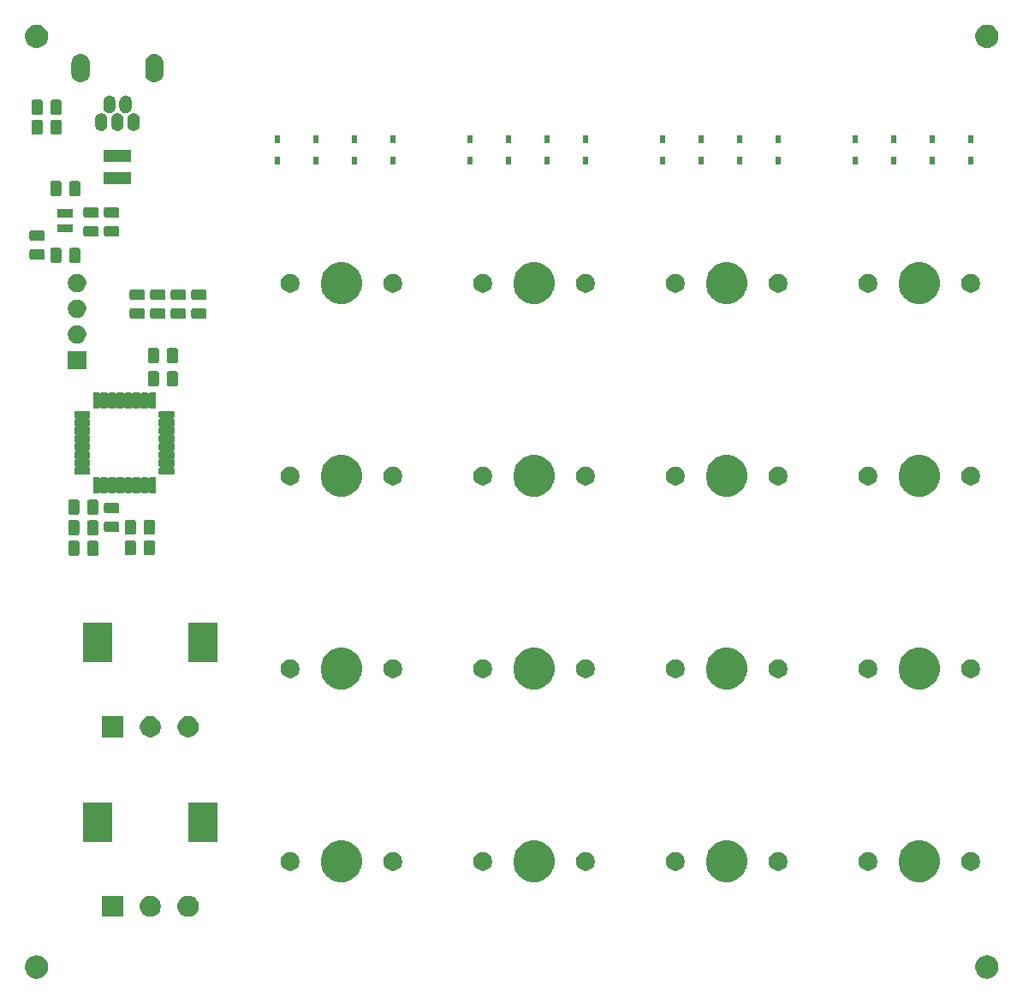
<source format=gbr>
G04 #@! TF.GenerationSoftware,KiCad,Pcbnew,5.1.5-52549c5~86~ubuntu18.04.1*
G04 #@! TF.CreationDate,2020-04-23T16:02:32+01:00*
G04 #@! TF.ProjectId,icepad,69636570-6164-42e6-9b69-6361645f7063,rev?*
G04 #@! TF.SameCoordinates,Original*
G04 #@! TF.FileFunction,Soldermask,Top*
G04 #@! TF.FilePolarity,Negative*
%FSLAX46Y46*%
G04 Gerber Fmt 4.6, Leading zero omitted, Abs format (unit mm)*
G04 Created by KiCad (PCBNEW 5.1.5-52549c5~86~ubuntu18.04.1) date 2020-04-23 16:02:32*
%MOMM*%
%LPD*%
G04 APERTURE LIST*
%ADD10C,0.100000*%
G04 APERTURE END LIST*
D10*
G36*
X177224549Y-141871116D02*
G01*
X177335734Y-141893232D01*
X177545203Y-141979997D01*
X177733720Y-142105960D01*
X177894040Y-142266280D01*
X178020003Y-142454797D01*
X178106768Y-142664266D01*
X178151000Y-142886636D01*
X178151000Y-143113364D01*
X178106768Y-143335734D01*
X178020003Y-143545203D01*
X177894040Y-143733720D01*
X177733720Y-143894040D01*
X177545203Y-144020003D01*
X177335734Y-144106768D01*
X177224549Y-144128884D01*
X177113365Y-144151000D01*
X176886635Y-144151000D01*
X176775451Y-144128884D01*
X176664266Y-144106768D01*
X176454797Y-144020003D01*
X176266280Y-143894040D01*
X176105960Y-143733720D01*
X175979997Y-143545203D01*
X175893232Y-143335734D01*
X175849000Y-143113364D01*
X175849000Y-142886636D01*
X175893232Y-142664266D01*
X175979997Y-142454797D01*
X176105960Y-142266280D01*
X176266280Y-142105960D01*
X176454797Y-141979997D01*
X176664266Y-141893232D01*
X176775451Y-141871116D01*
X176886635Y-141849000D01*
X177113365Y-141849000D01*
X177224549Y-141871116D01*
G37*
G36*
X83224549Y-141871116D02*
G01*
X83335734Y-141893232D01*
X83545203Y-141979997D01*
X83733720Y-142105960D01*
X83894040Y-142266280D01*
X84020003Y-142454797D01*
X84106768Y-142664266D01*
X84151000Y-142886636D01*
X84151000Y-143113364D01*
X84106768Y-143335734D01*
X84020003Y-143545203D01*
X83894040Y-143733720D01*
X83733720Y-143894040D01*
X83545203Y-144020003D01*
X83335734Y-144106768D01*
X83224549Y-144128884D01*
X83113365Y-144151000D01*
X82886635Y-144151000D01*
X82775451Y-144128884D01*
X82664266Y-144106768D01*
X82454797Y-144020003D01*
X82266280Y-143894040D01*
X82105960Y-143733720D01*
X81979997Y-143545203D01*
X81893232Y-143335734D01*
X81849000Y-143113364D01*
X81849000Y-142886636D01*
X81893232Y-142664266D01*
X81979997Y-142454797D01*
X82105960Y-142266280D01*
X82266280Y-142105960D01*
X82454797Y-141979997D01*
X82664266Y-141893232D01*
X82775451Y-141871116D01*
X82886635Y-141849000D01*
X83113365Y-141849000D01*
X83224549Y-141871116D01*
G37*
G36*
X94556564Y-135989389D02*
G01*
X94747833Y-136068615D01*
X94747835Y-136068616D01*
X94919973Y-136183635D01*
X95066365Y-136330027D01*
X95181385Y-136502167D01*
X95260611Y-136693436D01*
X95301000Y-136896484D01*
X95301000Y-137103516D01*
X95260611Y-137306564D01*
X95181385Y-137497833D01*
X95181384Y-137497835D01*
X95066365Y-137669973D01*
X94919973Y-137816365D01*
X94747835Y-137931384D01*
X94747834Y-137931385D01*
X94747833Y-137931385D01*
X94556564Y-138010611D01*
X94353516Y-138051000D01*
X94146484Y-138051000D01*
X93943436Y-138010611D01*
X93752167Y-137931385D01*
X93752166Y-137931385D01*
X93752165Y-137931384D01*
X93580027Y-137816365D01*
X93433635Y-137669973D01*
X93318616Y-137497835D01*
X93318615Y-137497833D01*
X93239389Y-137306564D01*
X93199000Y-137103516D01*
X93199000Y-136896484D01*
X93239389Y-136693436D01*
X93318615Y-136502167D01*
X93433635Y-136330027D01*
X93580027Y-136183635D01*
X93752165Y-136068616D01*
X93752167Y-136068615D01*
X93943436Y-135989389D01*
X94146484Y-135949000D01*
X94353516Y-135949000D01*
X94556564Y-135989389D01*
G37*
G36*
X98306564Y-135989389D02*
G01*
X98497833Y-136068615D01*
X98497835Y-136068616D01*
X98669973Y-136183635D01*
X98816365Y-136330027D01*
X98931385Y-136502167D01*
X99010611Y-136693436D01*
X99051000Y-136896484D01*
X99051000Y-137103516D01*
X99010611Y-137306564D01*
X98931385Y-137497833D01*
X98931384Y-137497835D01*
X98816365Y-137669973D01*
X98669973Y-137816365D01*
X98497835Y-137931384D01*
X98497834Y-137931385D01*
X98497833Y-137931385D01*
X98306564Y-138010611D01*
X98103516Y-138051000D01*
X97896484Y-138051000D01*
X97693436Y-138010611D01*
X97502167Y-137931385D01*
X97502166Y-137931385D01*
X97502165Y-137931384D01*
X97330027Y-137816365D01*
X97183635Y-137669973D01*
X97068616Y-137497835D01*
X97068615Y-137497833D01*
X96989389Y-137306564D01*
X96949000Y-137103516D01*
X96949000Y-136896484D01*
X96989389Y-136693436D01*
X97068615Y-136502167D01*
X97183635Y-136330027D01*
X97330027Y-136183635D01*
X97502165Y-136068616D01*
X97502167Y-136068615D01*
X97693436Y-135989389D01*
X97896484Y-135949000D01*
X98103516Y-135949000D01*
X98306564Y-135989389D01*
G37*
G36*
X91551000Y-138051000D02*
G01*
X89449000Y-138051000D01*
X89449000Y-135949000D01*
X91551000Y-135949000D01*
X91551000Y-138051000D01*
G37*
G36*
X132803474Y-130589934D02*
G01*
X133021474Y-130680233D01*
X133175623Y-130744083D01*
X133510548Y-130967873D01*
X133795377Y-131252702D01*
X134019167Y-131587627D01*
X134051562Y-131665836D01*
X134173316Y-131959776D01*
X134251900Y-132354844D01*
X134251900Y-132757656D01*
X134173316Y-133152724D01*
X134122451Y-133275522D01*
X134019167Y-133524873D01*
X133795377Y-133859798D01*
X133510548Y-134144627D01*
X133175623Y-134368417D01*
X133021474Y-134432267D01*
X132803474Y-134522566D01*
X132408406Y-134601150D01*
X132005594Y-134601150D01*
X131610526Y-134522566D01*
X131392526Y-134432267D01*
X131238377Y-134368417D01*
X130903452Y-134144627D01*
X130618623Y-133859798D01*
X130394833Y-133524873D01*
X130291549Y-133275522D01*
X130240684Y-133152724D01*
X130162100Y-132757656D01*
X130162100Y-132354844D01*
X130240684Y-131959776D01*
X130362438Y-131665836D01*
X130394833Y-131587627D01*
X130618623Y-131252702D01*
X130903452Y-130967873D01*
X131238377Y-130744083D01*
X131392526Y-130680233D01*
X131610526Y-130589934D01*
X132005594Y-130511350D01*
X132408406Y-130511350D01*
X132803474Y-130589934D01*
G37*
G36*
X151853474Y-130589934D02*
G01*
X152071474Y-130680233D01*
X152225623Y-130744083D01*
X152560548Y-130967873D01*
X152845377Y-131252702D01*
X153069167Y-131587627D01*
X153101562Y-131665836D01*
X153223316Y-131959776D01*
X153301900Y-132354844D01*
X153301900Y-132757656D01*
X153223316Y-133152724D01*
X153172451Y-133275522D01*
X153069167Y-133524873D01*
X152845377Y-133859798D01*
X152560548Y-134144627D01*
X152225623Y-134368417D01*
X152071474Y-134432267D01*
X151853474Y-134522566D01*
X151458406Y-134601150D01*
X151055594Y-134601150D01*
X150660526Y-134522566D01*
X150442526Y-134432267D01*
X150288377Y-134368417D01*
X149953452Y-134144627D01*
X149668623Y-133859798D01*
X149444833Y-133524873D01*
X149341549Y-133275522D01*
X149290684Y-133152724D01*
X149212100Y-132757656D01*
X149212100Y-132354844D01*
X149290684Y-131959776D01*
X149412438Y-131665836D01*
X149444833Y-131587627D01*
X149668623Y-131252702D01*
X149953452Y-130967873D01*
X150288377Y-130744083D01*
X150442526Y-130680233D01*
X150660526Y-130589934D01*
X151055594Y-130511350D01*
X151458406Y-130511350D01*
X151853474Y-130589934D01*
G37*
G36*
X170903474Y-130589934D02*
G01*
X171121474Y-130680233D01*
X171275623Y-130744083D01*
X171610548Y-130967873D01*
X171895377Y-131252702D01*
X172119167Y-131587627D01*
X172151562Y-131665836D01*
X172273316Y-131959776D01*
X172351900Y-132354844D01*
X172351900Y-132757656D01*
X172273316Y-133152724D01*
X172222451Y-133275522D01*
X172119167Y-133524873D01*
X171895377Y-133859798D01*
X171610548Y-134144627D01*
X171275623Y-134368417D01*
X171121474Y-134432267D01*
X170903474Y-134522566D01*
X170508406Y-134601150D01*
X170105594Y-134601150D01*
X169710526Y-134522566D01*
X169492526Y-134432267D01*
X169338377Y-134368417D01*
X169003452Y-134144627D01*
X168718623Y-133859798D01*
X168494833Y-133524873D01*
X168391549Y-133275522D01*
X168340684Y-133152724D01*
X168262100Y-132757656D01*
X168262100Y-132354844D01*
X168340684Y-131959776D01*
X168462438Y-131665836D01*
X168494833Y-131587627D01*
X168718623Y-131252702D01*
X169003452Y-130967873D01*
X169338377Y-130744083D01*
X169492526Y-130680233D01*
X169710526Y-130589934D01*
X170105594Y-130511350D01*
X170508406Y-130511350D01*
X170903474Y-130589934D01*
G37*
G36*
X113753474Y-130589934D02*
G01*
X113971474Y-130680233D01*
X114125623Y-130744083D01*
X114460548Y-130967873D01*
X114745377Y-131252702D01*
X114969167Y-131587627D01*
X115001562Y-131665836D01*
X115123316Y-131959776D01*
X115201900Y-132354844D01*
X115201900Y-132757656D01*
X115123316Y-133152724D01*
X115072451Y-133275522D01*
X114969167Y-133524873D01*
X114745377Y-133859798D01*
X114460548Y-134144627D01*
X114125623Y-134368417D01*
X113971474Y-134432267D01*
X113753474Y-134522566D01*
X113358406Y-134601150D01*
X112955594Y-134601150D01*
X112560526Y-134522566D01*
X112342526Y-134432267D01*
X112188377Y-134368417D01*
X111853452Y-134144627D01*
X111568623Y-133859798D01*
X111344833Y-133524873D01*
X111241549Y-133275522D01*
X111190684Y-133152724D01*
X111112100Y-132757656D01*
X111112100Y-132354844D01*
X111190684Y-131959776D01*
X111312438Y-131665836D01*
X111344833Y-131587627D01*
X111568623Y-131252702D01*
X111853452Y-130967873D01*
X112188377Y-130744083D01*
X112342526Y-130680233D01*
X112560526Y-130589934D01*
X112955594Y-130511350D01*
X113358406Y-130511350D01*
X113753474Y-130589934D01*
G37*
G36*
X165497104Y-131665835D02*
G01*
X165665626Y-131735639D01*
X165817291Y-131836978D01*
X165946272Y-131965959D01*
X166047611Y-132117624D01*
X166117415Y-132286146D01*
X166153000Y-132465047D01*
X166153000Y-132647453D01*
X166117415Y-132826354D01*
X166047611Y-132994876D01*
X165946272Y-133146541D01*
X165817291Y-133275522D01*
X165665626Y-133376861D01*
X165497104Y-133446665D01*
X165318203Y-133482250D01*
X165135797Y-133482250D01*
X164956896Y-133446665D01*
X164788374Y-133376861D01*
X164636709Y-133275522D01*
X164507728Y-133146541D01*
X164406389Y-132994876D01*
X164336585Y-132826354D01*
X164301000Y-132647453D01*
X164301000Y-132465047D01*
X164336585Y-132286146D01*
X164406389Y-132117624D01*
X164507728Y-131965959D01*
X164636709Y-131836978D01*
X164788374Y-131735639D01*
X164956896Y-131665835D01*
X165135797Y-131630250D01*
X165318203Y-131630250D01*
X165497104Y-131665835D01*
G37*
G36*
X175657104Y-131665835D02*
G01*
X175825626Y-131735639D01*
X175977291Y-131836978D01*
X176106272Y-131965959D01*
X176207611Y-132117624D01*
X176277415Y-132286146D01*
X176313000Y-132465047D01*
X176313000Y-132647453D01*
X176277415Y-132826354D01*
X176207611Y-132994876D01*
X176106272Y-133146541D01*
X175977291Y-133275522D01*
X175825626Y-133376861D01*
X175657104Y-133446665D01*
X175478203Y-133482250D01*
X175295797Y-133482250D01*
X175116896Y-133446665D01*
X174948374Y-133376861D01*
X174796709Y-133275522D01*
X174667728Y-133146541D01*
X174566389Y-132994876D01*
X174496585Y-132826354D01*
X174461000Y-132647453D01*
X174461000Y-132465047D01*
X174496585Y-132286146D01*
X174566389Y-132117624D01*
X174667728Y-131965959D01*
X174796709Y-131836978D01*
X174948374Y-131735639D01*
X175116896Y-131665835D01*
X175295797Y-131630250D01*
X175478203Y-131630250D01*
X175657104Y-131665835D01*
G37*
G36*
X156607104Y-131665835D02*
G01*
X156775626Y-131735639D01*
X156927291Y-131836978D01*
X157056272Y-131965959D01*
X157157611Y-132117624D01*
X157227415Y-132286146D01*
X157263000Y-132465047D01*
X157263000Y-132647453D01*
X157227415Y-132826354D01*
X157157611Y-132994876D01*
X157056272Y-133146541D01*
X156927291Y-133275522D01*
X156775626Y-133376861D01*
X156607104Y-133446665D01*
X156428203Y-133482250D01*
X156245797Y-133482250D01*
X156066896Y-133446665D01*
X155898374Y-133376861D01*
X155746709Y-133275522D01*
X155617728Y-133146541D01*
X155516389Y-132994876D01*
X155446585Y-132826354D01*
X155411000Y-132647453D01*
X155411000Y-132465047D01*
X155446585Y-132286146D01*
X155516389Y-132117624D01*
X155617728Y-131965959D01*
X155746709Y-131836978D01*
X155898374Y-131735639D01*
X156066896Y-131665835D01*
X156245797Y-131630250D01*
X156428203Y-131630250D01*
X156607104Y-131665835D01*
G37*
G36*
X146447104Y-131665835D02*
G01*
X146615626Y-131735639D01*
X146767291Y-131836978D01*
X146896272Y-131965959D01*
X146997611Y-132117624D01*
X147067415Y-132286146D01*
X147103000Y-132465047D01*
X147103000Y-132647453D01*
X147067415Y-132826354D01*
X146997611Y-132994876D01*
X146896272Y-133146541D01*
X146767291Y-133275522D01*
X146615626Y-133376861D01*
X146447104Y-133446665D01*
X146268203Y-133482250D01*
X146085797Y-133482250D01*
X145906896Y-133446665D01*
X145738374Y-133376861D01*
X145586709Y-133275522D01*
X145457728Y-133146541D01*
X145356389Y-132994876D01*
X145286585Y-132826354D01*
X145251000Y-132647453D01*
X145251000Y-132465047D01*
X145286585Y-132286146D01*
X145356389Y-132117624D01*
X145457728Y-131965959D01*
X145586709Y-131836978D01*
X145738374Y-131735639D01*
X145906896Y-131665835D01*
X146085797Y-131630250D01*
X146268203Y-131630250D01*
X146447104Y-131665835D01*
G37*
G36*
X127397104Y-131665835D02*
G01*
X127565626Y-131735639D01*
X127717291Y-131836978D01*
X127846272Y-131965959D01*
X127947611Y-132117624D01*
X128017415Y-132286146D01*
X128053000Y-132465047D01*
X128053000Y-132647453D01*
X128017415Y-132826354D01*
X127947611Y-132994876D01*
X127846272Y-133146541D01*
X127717291Y-133275522D01*
X127565626Y-133376861D01*
X127397104Y-133446665D01*
X127218203Y-133482250D01*
X127035797Y-133482250D01*
X126856896Y-133446665D01*
X126688374Y-133376861D01*
X126536709Y-133275522D01*
X126407728Y-133146541D01*
X126306389Y-132994876D01*
X126236585Y-132826354D01*
X126201000Y-132647453D01*
X126201000Y-132465047D01*
X126236585Y-132286146D01*
X126306389Y-132117624D01*
X126407728Y-131965959D01*
X126536709Y-131836978D01*
X126688374Y-131735639D01*
X126856896Y-131665835D01*
X127035797Y-131630250D01*
X127218203Y-131630250D01*
X127397104Y-131665835D01*
G37*
G36*
X118507104Y-131665835D02*
G01*
X118675626Y-131735639D01*
X118827291Y-131836978D01*
X118956272Y-131965959D01*
X119057611Y-132117624D01*
X119127415Y-132286146D01*
X119163000Y-132465047D01*
X119163000Y-132647453D01*
X119127415Y-132826354D01*
X119057611Y-132994876D01*
X118956272Y-133146541D01*
X118827291Y-133275522D01*
X118675626Y-133376861D01*
X118507104Y-133446665D01*
X118328203Y-133482250D01*
X118145797Y-133482250D01*
X117966896Y-133446665D01*
X117798374Y-133376861D01*
X117646709Y-133275522D01*
X117517728Y-133146541D01*
X117416389Y-132994876D01*
X117346585Y-132826354D01*
X117311000Y-132647453D01*
X117311000Y-132465047D01*
X117346585Y-132286146D01*
X117416389Y-132117624D01*
X117517728Y-131965959D01*
X117646709Y-131836978D01*
X117798374Y-131735639D01*
X117966896Y-131665835D01*
X118145797Y-131630250D01*
X118328203Y-131630250D01*
X118507104Y-131665835D01*
G37*
G36*
X137557104Y-131665835D02*
G01*
X137725626Y-131735639D01*
X137877291Y-131836978D01*
X138006272Y-131965959D01*
X138107611Y-132117624D01*
X138177415Y-132286146D01*
X138213000Y-132465047D01*
X138213000Y-132647453D01*
X138177415Y-132826354D01*
X138107611Y-132994876D01*
X138006272Y-133146541D01*
X137877291Y-133275522D01*
X137725626Y-133376861D01*
X137557104Y-133446665D01*
X137378203Y-133482250D01*
X137195797Y-133482250D01*
X137016896Y-133446665D01*
X136848374Y-133376861D01*
X136696709Y-133275522D01*
X136567728Y-133146541D01*
X136466389Y-132994876D01*
X136396585Y-132826354D01*
X136361000Y-132647453D01*
X136361000Y-132465047D01*
X136396585Y-132286146D01*
X136466389Y-132117624D01*
X136567728Y-131965959D01*
X136696709Y-131836978D01*
X136848374Y-131735639D01*
X137016896Y-131665835D01*
X137195797Y-131630250D01*
X137378203Y-131630250D01*
X137557104Y-131665835D01*
G37*
G36*
X108347104Y-131665835D02*
G01*
X108515626Y-131735639D01*
X108667291Y-131836978D01*
X108796272Y-131965959D01*
X108897611Y-132117624D01*
X108967415Y-132286146D01*
X109003000Y-132465047D01*
X109003000Y-132647453D01*
X108967415Y-132826354D01*
X108897611Y-132994876D01*
X108796272Y-133146541D01*
X108667291Y-133275522D01*
X108515626Y-133376861D01*
X108347104Y-133446665D01*
X108168203Y-133482250D01*
X107985797Y-133482250D01*
X107806896Y-133446665D01*
X107638374Y-133376861D01*
X107486709Y-133275522D01*
X107357728Y-133146541D01*
X107256389Y-132994876D01*
X107186585Y-132826354D01*
X107151000Y-132647453D01*
X107151000Y-132465047D01*
X107186585Y-132286146D01*
X107256389Y-132117624D01*
X107357728Y-131965959D01*
X107486709Y-131836978D01*
X107638374Y-131735639D01*
X107806896Y-131665835D01*
X107985797Y-131630250D01*
X108168203Y-131630250D01*
X108347104Y-131665835D01*
G37*
G36*
X90501000Y-130626000D02*
G01*
X87599000Y-130626000D01*
X87599000Y-126724000D01*
X90501000Y-126724000D01*
X90501000Y-130626000D01*
G37*
G36*
X100901000Y-130626000D02*
G01*
X97999000Y-130626000D01*
X97999000Y-126724000D01*
X100901000Y-126724000D01*
X100901000Y-130626000D01*
G37*
G36*
X98306564Y-118239389D02*
G01*
X98497833Y-118318615D01*
X98497835Y-118318616D01*
X98669973Y-118433635D01*
X98816365Y-118580027D01*
X98931385Y-118752167D01*
X99010611Y-118943436D01*
X99051000Y-119146484D01*
X99051000Y-119353516D01*
X99010611Y-119556564D01*
X98931385Y-119747833D01*
X98931384Y-119747835D01*
X98816365Y-119919973D01*
X98669973Y-120066365D01*
X98497835Y-120181384D01*
X98497834Y-120181385D01*
X98497833Y-120181385D01*
X98306564Y-120260611D01*
X98103516Y-120301000D01*
X97896484Y-120301000D01*
X97693436Y-120260611D01*
X97502167Y-120181385D01*
X97502166Y-120181385D01*
X97502165Y-120181384D01*
X97330027Y-120066365D01*
X97183635Y-119919973D01*
X97068616Y-119747835D01*
X97068615Y-119747833D01*
X96989389Y-119556564D01*
X96949000Y-119353516D01*
X96949000Y-119146484D01*
X96989389Y-118943436D01*
X97068615Y-118752167D01*
X97183635Y-118580027D01*
X97330027Y-118433635D01*
X97502165Y-118318616D01*
X97502167Y-118318615D01*
X97693436Y-118239389D01*
X97896484Y-118199000D01*
X98103516Y-118199000D01*
X98306564Y-118239389D01*
G37*
G36*
X91551000Y-120301000D02*
G01*
X89449000Y-120301000D01*
X89449000Y-118199000D01*
X91551000Y-118199000D01*
X91551000Y-120301000D01*
G37*
G36*
X94556564Y-118239389D02*
G01*
X94747833Y-118318615D01*
X94747835Y-118318616D01*
X94919973Y-118433635D01*
X95066365Y-118580027D01*
X95181385Y-118752167D01*
X95260611Y-118943436D01*
X95301000Y-119146484D01*
X95301000Y-119353516D01*
X95260611Y-119556564D01*
X95181385Y-119747833D01*
X95181384Y-119747835D01*
X95066365Y-119919973D01*
X94919973Y-120066365D01*
X94747835Y-120181384D01*
X94747834Y-120181385D01*
X94747833Y-120181385D01*
X94556564Y-120260611D01*
X94353516Y-120301000D01*
X94146484Y-120301000D01*
X93943436Y-120260611D01*
X93752167Y-120181385D01*
X93752166Y-120181385D01*
X93752165Y-120181384D01*
X93580027Y-120066365D01*
X93433635Y-119919973D01*
X93318616Y-119747835D01*
X93318615Y-119747833D01*
X93239389Y-119556564D01*
X93199000Y-119353516D01*
X93199000Y-119146484D01*
X93239389Y-118943436D01*
X93318615Y-118752167D01*
X93433635Y-118580027D01*
X93580027Y-118433635D01*
X93752165Y-118318616D01*
X93752167Y-118318615D01*
X93943436Y-118239389D01*
X94146484Y-118199000D01*
X94353516Y-118199000D01*
X94556564Y-118239389D01*
G37*
G36*
X151853474Y-111539934D02*
G01*
X152071474Y-111630233D01*
X152225623Y-111694083D01*
X152560548Y-111917873D01*
X152845377Y-112202702D01*
X153069167Y-112537627D01*
X153101562Y-112615836D01*
X153223316Y-112909776D01*
X153301900Y-113304844D01*
X153301900Y-113707656D01*
X153223316Y-114102724D01*
X153172451Y-114225522D01*
X153069167Y-114474873D01*
X152845377Y-114809798D01*
X152560548Y-115094627D01*
X152225623Y-115318417D01*
X152071474Y-115382267D01*
X151853474Y-115472566D01*
X151458406Y-115551150D01*
X151055594Y-115551150D01*
X150660526Y-115472566D01*
X150442526Y-115382267D01*
X150288377Y-115318417D01*
X149953452Y-115094627D01*
X149668623Y-114809798D01*
X149444833Y-114474873D01*
X149341549Y-114225522D01*
X149290684Y-114102724D01*
X149212100Y-113707656D01*
X149212100Y-113304844D01*
X149290684Y-112909776D01*
X149412438Y-112615836D01*
X149444833Y-112537627D01*
X149668623Y-112202702D01*
X149953452Y-111917873D01*
X150288377Y-111694083D01*
X150442526Y-111630233D01*
X150660526Y-111539934D01*
X151055594Y-111461350D01*
X151458406Y-111461350D01*
X151853474Y-111539934D01*
G37*
G36*
X170903474Y-111539934D02*
G01*
X171121474Y-111630233D01*
X171275623Y-111694083D01*
X171610548Y-111917873D01*
X171895377Y-112202702D01*
X172119167Y-112537627D01*
X172151562Y-112615836D01*
X172273316Y-112909776D01*
X172351900Y-113304844D01*
X172351900Y-113707656D01*
X172273316Y-114102724D01*
X172222451Y-114225522D01*
X172119167Y-114474873D01*
X171895377Y-114809798D01*
X171610548Y-115094627D01*
X171275623Y-115318417D01*
X171121474Y-115382267D01*
X170903474Y-115472566D01*
X170508406Y-115551150D01*
X170105594Y-115551150D01*
X169710526Y-115472566D01*
X169492526Y-115382267D01*
X169338377Y-115318417D01*
X169003452Y-115094627D01*
X168718623Y-114809798D01*
X168494833Y-114474873D01*
X168391549Y-114225522D01*
X168340684Y-114102724D01*
X168262100Y-113707656D01*
X168262100Y-113304844D01*
X168340684Y-112909776D01*
X168462438Y-112615836D01*
X168494833Y-112537627D01*
X168718623Y-112202702D01*
X169003452Y-111917873D01*
X169338377Y-111694083D01*
X169492526Y-111630233D01*
X169710526Y-111539934D01*
X170105594Y-111461350D01*
X170508406Y-111461350D01*
X170903474Y-111539934D01*
G37*
G36*
X132803474Y-111539934D02*
G01*
X133021474Y-111630233D01*
X133175623Y-111694083D01*
X133510548Y-111917873D01*
X133795377Y-112202702D01*
X134019167Y-112537627D01*
X134051562Y-112615836D01*
X134173316Y-112909776D01*
X134251900Y-113304844D01*
X134251900Y-113707656D01*
X134173316Y-114102724D01*
X134122451Y-114225522D01*
X134019167Y-114474873D01*
X133795377Y-114809798D01*
X133510548Y-115094627D01*
X133175623Y-115318417D01*
X133021474Y-115382267D01*
X132803474Y-115472566D01*
X132408406Y-115551150D01*
X132005594Y-115551150D01*
X131610526Y-115472566D01*
X131392526Y-115382267D01*
X131238377Y-115318417D01*
X130903452Y-115094627D01*
X130618623Y-114809798D01*
X130394833Y-114474873D01*
X130291549Y-114225522D01*
X130240684Y-114102724D01*
X130162100Y-113707656D01*
X130162100Y-113304844D01*
X130240684Y-112909776D01*
X130362438Y-112615836D01*
X130394833Y-112537627D01*
X130618623Y-112202702D01*
X130903452Y-111917873D01*
X131238377Y-111694083D01*
X131392526Y-111630233D01*
X131610526Y-111539934D01*
X132005594Y-111461350D01*
X132408406Y-111461350D01*
X132803474Y-111539934D01*
G37*
G36*
X113753474Y-111539934D02*
G01*
X113971474Y-111630233D01*
X114125623Y-111694083D01*
X114460548Y-111917873D01*
X114745377Y-112202702D01*
X114969167Y-112537627D01*
X115001562Y-112615836D01*
X115123316Y-112909776D01*
X115201900Y-113304844D01*
X115201900Y-113707656D01*
X115123316Y-114102724D01*
X115072451Y-114225522D01*
X114969167Y-114474873D01*
X114745377Y-114809798D01*
X114460548Y-115094627D01*
X114125623Y-115318417D01*
X113971474Y-115382267D01*
X113753474Y-115472566D01*
X113358406Y-115551150D01*
X112955594Y-115551150D01*
X112560526Y-115472566D01*
X112342526Y-115382267D01*
X112188377Y-115318417D01*
X111853452Y-115094627D01*
X111568623Y-114809798D01*
X111344833Y-114474873D01*
X111241549Y-114225522D01*
X111190684Y-114102724D01*
X111112100Y-113707656D01*
X111112100Y-113304844D01*
X111190684Y-112909776D01*
X111312438Y-112615836D01*
X111344833Y-112537627D01*
X111568623Y-112202702D01*
X111853452Y-111917873D01*
X112188377Y-111694083D01*
X112342526Y-111630233D01*
X112560526Y-111539934D01*
X112955594Y-111461350D01*
X113358406Y-111461350D01*
X113753474Y-111539934D01*
G37*
G36*
X146447104Y-112615835D02*
G01*
X146615626Y-112685639D01*
X146767291Y-112786978D01*
X146896272Y-112915959D01*
X146997611Y-113067624D01*
X147067415Y-113236146D01*
X147103000Y-113415047D01*
X147103000Y-113597453D01*
X147067415Y-113776354D01*
X146997611Y-113944876D01*
X146896272Y-114096541D01*
X146767291Y-114225522D01*
X146615626Y-114326861D01*
X146447104Y-114396665D01*
X146268203Y-114432250D01*
X146085797Y-114432250D01*
X145906896Y-114396665D01*
X145738374Y-114326861D01*
X145586709Y-114225522D01*
X145457728Y-114096541D01*
X145356389Y-113944876D01*
X145286585Y-113776354D01*
X145251000Y-113597453D01*
X145251000Y-113415047D01*
X145286585Y-113236146D01*
X145356389Y-113067624D01*
X145457728Y-112915959D01*
X145586709Y-112786978D01*
X145738374Y-112685639D01*
X145906896Y-112615835D01*
X146085797Y-112580250D01*
X146268203Y-112580250D01*
X146447104Y-112615835D01*
G37*
G36*
X137557104Y-112615835D02*
G01*
X137725626Y-112685639D01*
X137877291Y-112786978D01*
X138006272Y-112915959D01*
X138107611Y-113067624D01*
X138177415Y-113236146D01*
X138213000Y-113415047D01*
X138213000Y-113597453D01*
X138177415Y-113776354D01*
X138107611Y-113944876D01*
X138006272Y-114096541D01*
X137877291Y-114225522D01*
X137725626Y-114326861D01*
X137557104Y-114396665D01*
X137378203Y-114432250D01*
X137195797Y-114432250D01*
X137016896Y-114396665D01*
X136848374Y-114326861D01*
X136696709Y-114225522D01*
X136567728Y-114096541D01*
X136466389Y-113944876D01*
X136396585Y-113776354D01*
X136361000Y-113597453D01*
X136361000Y-113415047D01*
X136396585Y-113236146D01*
X136466389Y-113067624D01*
X136567728Y-112915959D01*
X136696709Y-112786978D01*
X136848374Y-112685639D01*
X137016896Y-112615835D01*
X137195797Y-112580250D01*
X137378203Y-112580250D01*
X137557104Y-112615835D01*
G37*
G36*
X127397104Y-112615835D02*
G01*
X127565626Y-112685639D01*
X127717291Y-112786978D01*
X127846272Y-112915959D01*
X127947611Y-113067624D01*
X128017415Y-113236146D01*
X128053000Y-113415047D01*
X128053000Y-113597453D01*
X128017415Y-113776354D01*
X127947611Y-113944876D01*
X127846272Y-114096541D01*
X127717291Y-114225522D01*
X127565626Y-114326861D01*
X127397104Y-114396665D01*
X127218203Y-114432250D01*
X127035797Y-114432250D01*
X126856896Y-114396665D01*
X126688374Y-114326861D01*
X126536709Y-114225522D01*
X126407728Y-114096541D01*
X126306389Y-113944876D01*
X126236585Y-113776354D01*
X126201000Y-113597453D01*
X126201000Y-113415047D01*
X126236585Y-113236146D01*
X126306389Y-113067624D01*
X126407728Y-112915959D01*
X126536709Y-112786978D01*
X126688374Y-112685639D01*
X126856896Y-112615835D01*
X127035797Y-112580250D01*
X127218203Y-112580250D01*
X127397104Y-112615835D01*
G37*
G36*
X108347104Y-112615835D02*
G01*
X108515626Y-112685639D01*
X108667291Y-112786978D01*
X108796272Y-112915959D01*
X108897611Y-113067624D01*
X108967415Y-113236146D01*
X109003000Y-113415047D01*
X109003000Y-113597453D01*
X108967415Y-113776354D01*
X108897611Y-113944876D01*
X108796272Y-114096541D01*
X108667291Y-114225522D01*
X108515626Y-114326861D01*
X108347104Y-114396665D01*
X108168203Y-114432250D01*
X107985797Y-114432250D01*
X107806896Y-114396665D01*
X107638374Y-114326861D01*
X107486709Y-114225522D01*
X107357728Y-114096541D01*
X107256389Y-113944876D01*
X107186585Y-113776354D01*
X107151000Y-113597453D01*
X107151000Y-113415047D01*
X107186585Y-113236146D01*
X107256389Y-113067624D01*
X107357728Y-112915959D01*
X107486709Y-112786978D01*
X107638374Y-112685639D01*
X107806896Y-112615835D01*
X107985797Y-112580250D01*
X108168203Y-112580250D01*
X108347104Y-112615835D01*
G37*
G36*
X165497104Y-112615835D02*
G01*
X165665626Y-112685639D01*
X165817291Y-112786978D01*
X165946272Y-112915959D01*
X166047611Y-113067624D01*
X166117415Y-113236146D01*
X166153000Y-113415047D01*
X166153000Y-113597453D01*
X166117415Y-113776354D01*
X166047611Y-113944876D01*
X165946272Y-114096541D01*
X165817291Y-114225522D01*
X165665626Y-114326861D01*
X165497104Y-114396665D01*
X165318203Y-114432250D01*
X165135797Y-114432250D01*
X164956896Y-114396665D01*
X164788374Y-114326861D01*
X164636709Y-114225522D01*
X164507728Y-114096541D01*
X164406389Y-113944876D01*
X164336585Y-113776354D01*
X164301000Y-113597453D01*
X164301000Y-113415047D01*
X164336585Y-113236146D01*
X164406389Y-113067624D01*
X164507728Y-112915959D01*
X164636709Y-112786978D01*
X164788374Y-112685639D01*
X164956896Y-112615835D01*
X165135797Y-112580250D01*
X165318203Y-112580250D01*
X165497104Y-112615835D01*
G37*
G36*
X118507104Y-112615835D02*
G01*
X118675626Y-112685639D01*
X118827291Y-112786978D01*
X118956272Y-112915959D01*
X119057611Y-113067624D01*
X119127415Y-113236146D01*
X119163000Y-113415047D01*
X119163000Y-113597453D01*
X119127415Y-113776354D01*
X119057611Y-113944876D01*
X118956272Y-114096541D01*
X118827291Y-114225522D01*
X118675626Y-114326861D01*
X118507104Y-114396665D01*
X118328203Y-114432250D01*
X118145797Y-114432250D01*
X117966896Y-114396665D01*
X117798374Y-114326861D01*
X117646709Y-114225522D01*
X117517728Y-114096541D01*
X117416389Y-113944876D01*
X117346585Y-113776354D01*
X117311000Y-113597453D01*
X117311000Y-113415047D01*
X117346585Y-113236146D01*
X117416389Y-113067624D01*
X117517728Y-112915959D01*
X117646709Y-112786978D01*
X117798374Y-112685639D01*
X117966896Y-112615835D01*
X118145797Y-112580250D01*
X118328203Y-112580250D01*
X118507104Y-112615835D01*
G37*
G36*
X156607104Y-112615835D02*
G01*
X156775626Y-112685639D01*
X156927291Y-112786978D01*
X157056272Y-112915959D01*
X157157611Y-113067624D01*
X157227415Y-113236146D01*
X157263000Y-113415047D01*
X157263000Y-113597453D01*
X157227415Y-113776354D01*
X157157611Y-113944876D01*
X157056272Y-114096541D01*
X156927291Y-114225522D01*
X156775626Y-114326861D01*
X156607104Y-114396665D01*
X156428203Y-114432250D01*
X156245797Y-114432250D01*
X156066896Y-114396665D01*
X155898374Y-114326861D01*
X155746709Y-114225522D01*
X155617728Y-114096541D01*
X155516389Y-113944876D01*
X155446585Y-113776354D01*
X155411000Y-113597453D01*
X155411000Y-113415047D01*
X155446585Y-113236146D01*
X155516389Y-113067624D01*
X155617728Y-112915959D01*
X155746709Y-112786978D01*
X155898374Y-112685639D01*
X156066896Y-112615835D01*
X156245797Y-112580250D01*
X156428203Y-112580250D01*
X156607104Y-112615835D01*
G37*
G36*
X175657104Y-112615835D02*
G01*
X175825626Y-112685639D01*
X175977291Y-112786978D01*
X176106272Y-112915959D01*
X176207611Y-113067624D01*
X176277415Y-113236146D01*
X176313000Y-113415047D01*
X176313000Y-113597453D01*
X176277415Y-113776354D01*
X176207611Y-113944876D01*
X176106272Y-114096541D01*
X175977291Y-114225522D01*
X175825626Y-114326861D01*
X175657104Y-114396665D01*
X175478203Y-114432250D01*
X175295797Y-114432250D01*
X175116896Y-114396665D01*
X174948374Y-114326861D01*
X174796709Y-114225522D01*
X174667728Y-114096541D01*
X174566389Y-113944876D01*
X174496585Y-113776354D01*
X174461000Y-113597453D01*
X174461000Y-113415047D01*
X174496585Y-113236146D01*
X174566389Y-113067624D01*
X174667728Y-112915959D01*
X174796709Y-112786978D01*
X174948374Y-112685639D01*
X175116896Y-112615835D01*
X175295797Y-112580250D01*
X175478203Y-112580250D01*
X175657104Y-112615835D01*
G37*
G36*
X100901000Y-112876000D02*
G01*
X97999000Y-112876000D01*
X97999000Y-108974000D01*
X100901000Y-108974000D01*
X100901000Y-112876000D01*
G37*
G36*
X90501000Y-112876000D02*
G01*
X87599000Y-112876000D01*
X87599000Y-108974000D01*
X90501000Y-108974000D01*
X90501000Y-112876000D01*
G37*
G36*
X87064468Y-100853565D02*
G01*
X87103138Y-100865296D01*
X87138777Y-100884346D01*
X87170017Y-100909983D01*
X87195654Y-100941223D01*
X87214704Y-100976862D01*
X87226435Y-101015532D01*
X87231000Y-101061888D01*
X87231000Y-102138112D01*
X87226435Y-102184468D01*
X87214704Y-102223138D01*
X87195654Y-102258777D01*
X87170017Y-102290017D01*
X87138777Y-102315654D01*
X87103138Y-102334704D01*
X87064468Y-102346435D01*
X87018112Y-102351000D01*
X86366888Y-102351000D01*
X86320532Y-102346435D01*
X86281862Y-102334704D01*
X86246223Y-102315654D01*
X86214983Y-102290017D01*
X86189346Y-102258777D01*
X86170296Y-102223138D01*
X86158565Y-102184468D01*
X86154000Y-102138112D01*
X86154000Y-101061888D01*
X86158565Y-101015532D01*
X86170296Y-100976862D01*
X86189346Y-100941223D01*
X86214983Y-100909983D01*
X86246223Y-100884346D01*
X86281862Y-100865296D01*
X86320532Y-100853565D01*
X86366888Y-100849000D01*
X87018112Y-100849000D01*
X87064468Y-100853565D01*
G37*
G36*
X88939468Y-100853565D02*
G01*
X88978138Y-100865296D01*
X89013777Y-100884346D01*
X89045017Y-100909983D01*
X89070654Y-100941223D01*
X89089704Y-100976862D01*
X89101435Y-101015532D01*
X89106000Y-101061888D01*
X89106000Y-102138112D01*
X89101435Y-102184468D01*
X89089704Y-102223138D01*
X89070654Y-102258777D01*
X89045017Y-102290017D01*
X89013777Y-102315654D01*
X88978138Y-102334704D01*
X88939468Y-102346435D01*
X88893112Y-102351000D01*
X88241888Y-102351000D01*
X88195532Y-102346435D01*
X88156862Y-102334704D01*
X88121223Y-102315654D01*
X88089983Y-102290017D01*
X88064346Y-102258777D01*
X88045296Y-102223138D01*
X88033565Y-102184468D01*
X88029000Y-102138112D01*
X88029000Y-101061888D01*
X88033565Y-101015532D01*
X88045296Y-100976862D01*
X88064346Y-100941223D01*
X88089983Y-100909983D01*
X88121223Y-100884346D01*
X88156862Y-100865296D01*
X88195532Y-100853565D01*
X88241888Y-100849000D01*
X88893112Y-100849000D01*
X88939468Y-100853565D01*
G37*
G36*
X94527468Y-100821565D02*
G01*
X94566138Y-100833296D01*
X94601777Y-100852346D01*
X94633017Y-100877983D01*
X94658654Y-100909223D01*
X94677704Y-100944862D01*
X94689435Y-100983532D01*
X94694000Y-101029888D01*
X94694000Y-102106112D01*
X94689435Y-102152468D01*
X94677704Y-102191138D01*
X94658654Y-102226777D01*
X94633017Y-102258017D01*
X94601777Y-102283654D01*
X94566138Y-102302704D01*
X94527468Y-102314435D01*
X94481112Y-102319000D01*
X93829888Y-102319000D01*
X93783532Y-102314435D01*
X93744862Y-102302704D01*
X93709223Y-102283654D01*
X93677983Y-102258017D01*
X93652346Y-102226777D01*
X93633296Y-102191138D01*
X93621565Y-102152468D01*
X93617000Y-102106112D01*
X93617000Y-101029888D01*
X93621565Y-100983532D01*
X93633296Y-100944862D01*
X93652346Y-100909223D01*
X93677983Y-100877983D01*
X93709223Y-100852346D01*
X93744862Y-100833296D01*
X93783532Y-100821565D01*
X93829888Y-100817000D01*
X94481112Y-100817000D01*
X94527468Y-100821565D01*
G37*
G36*
X92652468Y-100821565D02*
G01*
X92691138Y-100833296D01*
X92726777Y-100852346D01*
X92758017Y-100877983D01*
X92783654Y-100909223D01*
X92802704Y-100944862D01*
X92814435Y-100983532D01*
X92819000Y-101029888D01*
X92819000Y-102106112D01*
X92814435Y-102152468D01*
X92802704Y-102191138D01*
X92783654Y-102226777D01*
X92758017Y-102258017D01*
X92726777Y-102283654D01*
X92691138Y-102302704D01*
X92652468Y-102314435D01*
X92606112Y-102319000D01*
X91954888Y-102319000D01*
X91908532Y-102314435D01*
X91869862Y-102302704D01*
X91834223Y-102283654D01*
X91802983Y-102258017D01*
X91777346Y-102226777D01*
X91758296Y-102191138D01*
X91746565Y-102152468D01*
X91742000Y-102106112D01*
X91742000Y-101029888D01*
X91746565Y-100983532D01*
X91758296Y-100944862D01*
X91777346Y-100909223D01*
X91802983Y-100877983D01*
X91834223Y-100852346D01*
X91869862Y-100833296D01*
X91908532Y-100821565D01*
X91954888Y-100817000D01*
X92606112Y-100817000D01*
X92652468Y-100821565D01*
G37*
G36*
X87064468Y-98821565D02*
G01*
X87103138Y-98833296D01*
X87138777Y-98852346D01*
X87170017Y-98877983D01*
X87195654Y-98909223D01*
X87214704Y-98944862D01*
X87226435Y-98983532D01*
X87231000Y-99029888D01*
X87231000Y-100106112D01*
X87226435Y-100152468D01*
X87214704Y-100191138D01*
X87195654Y-100226777D01*
X87170017Y-100258017D01*
X87138777Y-100283654D01*
X87103138Y-100302704D01*
X87064468Y-100314435D01*
X87018112Y-100319000D01*
X86366888Y-100319000D01*
X86320532Y-100314435D01*
X86281862Y-100302704D01*
X86246223Y-100283654D01*
X86214983Y-100258017D01*
X86189346Y-100226777D01*
X86170296Y-100191138D01*
X86158565Y-100152468D01*
X86154000Y-100106112D01*
X86154000Y-99029888D01*
X86158565Y-98983532D01*
X86170296Y-98944862D01*
X86189346Y-98909223D01*
X86214983Y-98877983D01*
X86246223Y-98852346D01*
X86281862Y-98833296D01*
X86320532Y-98821565D01*
X86366888Y-98817000D01*
X87018112Y-98817000D01*
X87064468Y-98821565D01*
G37*
G36*
X88939468Y-98821565D02*
G01*
X88978138Y-98833296D01*
X89013777Y-98852346D01*
X89045017Y-98877983D01*
X89070654Y-98909223D01*
X89089704Y-98944862D01*
X89101435Y-98983532D01*
X89106000Y-99029888D01*
X89106000Y-100106112D01*
X89101435Y-100152468D01*
X89089704Y-100191138D01*
X89070654Y-100226777D01*
X89045017Y-100258017D01*
X89013777Y-100283654D01*
X88978138Y-100302704D01*
X88939468Y-100314435D01*
X88893112Y-100319000D01*
X88241888Y-100319000D01*
X88195532Y-100314435D01*
X88156862Y-100302704D01*
X88121223Y-100283654D01*
X88089983Y-100258017D01*
X88064346Y-100226777D01*
X88045296Y-100191138D01*
X88033565Y-100152468D01*
X88029000Y-100106112D01*
X88029000Y-99029888D01*
X88033565Y-98983532D01*
X88045296Y-98944862D01*
X88064346Y-98909223D01*
X88089983Y-98877983D01*
X88121223Y-98852346D01*
X88156862Y-98833296D01*
X88195532Y-98821565D01*
X88241888Y-98817000D01*
X88893112Y-98817000D01*
X88939468Y-98821565D01*
G37*
G36*
X94527468Y-98789565D02*
G01*
X94566138Y-98801296D01*
X94601777Y-98820346D01*
X94633017Y-98845983D01*
X94658654Y-98877223D01*
X94677704Y-98912862D01*
X94689435Y-98951532D01*
X94694000Y-98997888D01*
X94694000Y-100074112D01*
X94689435Y-100120468D01*
X94677704Y-100159138D01*
X94658654Y-100194777D01*
X94633017Y-100226017D01*
X94601777Y-100251654D01*
X94566138Y-100270704D01*
X94527468Y-100282435D01*
X94481112Y-100287000D01*
X93829888Y-100287000D01*
X93783532Y-100282435D01*
X93744862Y-100270704D01*
X93709223Y-100251654D01*
X93677983Y-100226017D01*
X93652346Y-100194777D01*
X93633296Y-100159138D01*
X93621565Y-100120468D01*
X93617000Y-100074112D01*
X93617000Y-98997888D01*
X93621565Y-98951532D01*
X93633296Y-98912862D01*
X93652346Y-98877223D01*
X93677983Y-98845983D01*
X93709223Y-98820346D01*
X93744862Y-98801296D01*
X93783532Y-98789565D01*
X93829888Y-98785000D01*
X94481112Y-98785000D01*
X94527468Y-98789565D01*
G37*
G36*
X92652468Y-98789565D02*
G01*
X92691138Y-98801296D01*
X92726777Y-98820346D01*
X92758017Y-98845983D01*
X92783654Y-98877223D01*
X92802704Y-98912862D01*
X92814435Y-98951532D01*
X92819000Y-98997888D01*
X92819000Y-100074112D01*
X92814435Y-100120468D01*
X92802704Y-100159138D01*
X92783654Y-100194777D01*
X92758017Y-100226017D01*
X92726777Y-100251654D01*
X92691138Y-100270704D01*
X92652468Y-100282435D01*
X92606112Y-100287000D01*
X91954888Y-100287000D01*
X91908532Y-100282435D01*
X91869862Y-100270704D01*
X91834223Y-100251654D01*
X91802983Y-100226017D01*
X91777346Y-100194777D01*
X91758296Y-100159138D01*
X91746565Y-100120468D01*
X91742000Y-100074112D01*
X91742000Y-98997888D01*
X91746565Y-98951532D01*
X91758296Y-98912862D01*
X91777346Y-98877223D01*
X91802983Y-98845983D01*
X91834223Y-98820346D01*
X91869862Y-98801296D01*
X91908532Y-98789565D01*
X91954888Y-98785000D01*
X92606112Y-98785000D01*
X92652468Y-98789565D01*
G37*
G36*
X91008468Y-98955565D02*
G01*
X91047138Y-98967296D01*
X91082777Y-98986346D01*
X91114017Y-99011983D01*
X91139654Y-99043223D01*
X91158704Y-99078862D01*
X91170435Y-99117532D01*
X91175000Y-99163888D01*
X91175000Y-99815112D01*
X91170435Y-99861468D01*
X91158704Y-99900138D01*
X91139654Y-99935777D01*
X91114017Y-99967017D01*
X91082777Y-99992654D01*
X91047138Y-100011704D01*
X91008468Y-100023435D01*
X90962112Y-100028000D01*
X89885888Y-100028000D01*
X89839532Y-100023435D01*
X89800862Y-100011704D01*
X89765223Y-99992654D01*
X89733983Y-99967017D01*
X89708346Y-99935777D01*
X89689296Y-99900138D01*
X89677565Y-99861468D01*
X89673000Y-99815112D01*
X89673000Y-99163888D01*
X89677565Y-99117532D01*
X89689296Y-99078862D01*
X89708346Y-99043223D01*
X89733983Y-99011983D01*
X89765223Y-98986346D01*
X89800862Y-98967296D01*
X89839532Y-98955565D01*
X89885888Y-98951000D01*
X90962112Y-98951000D01*
X91008468Y-98955565D01*
G37*
G36*
X88939468Y-96789565D02*
G01*
X88978138Y-96801296D01*
X89013777Y-96820346D01*
X89045017Y-96845983D01*
X89070654Y-96877223D01*
X89089704Y-96912862D01*
X89101435Y-96951532D01*
X89106000Y-96997888D01*
X89106000Y-98074112D01*
X89101435Y-98120468D01*
X89089704Y-98159138D01*
X89070654Y-98194777D01*
X89045017Y-98226017D01*
X89013777Y-98251654D01*
X88978138Y-98270704D01*
X88939468Y-98282435D01*
X88893112Y-98287000D01*
X88241888Y-98287000D01*
X88195532Y-98282435D01*
X88156862Y-98270704D01*
X88121223Y-98251654D01*
X88089983Y-98226017D01*
X88064346Y-98194777D01*
X88045296Y-98159138D01*
X88033565Y-98120468D01*
X88029000Y-98074112D01*
X88029000Y-96997888D01*
X88033565Y-96951532D01*
X88045296Y-96912862D01*
X88064346Y-96877223D01*
X88089983Y-96845983D01*
X88121223Y-96820346D01*
X88156862Y-96801296D01*
X88195532Y-96789565D01*
X88241888Y-96785000D01*
X88893112Y-96785000D01*
X88939468Y-96789565D01*
G37*
G36*
X87064468Y-96789565D02*
G01*
X87103138Y-96801296D01*
X87138777Y-96820346D01*
X87170017Y-96845983D01*
X87195654Y-96877223D01*
X87214704Y-96912862D01*
X87226435Y-96951532D01*
X87231000Y-96997888D01*
X87231000Y-98074112D01*
X87226435Y-98120468D01*
X87214704Y-98159138D01*
X87195654Y-98194777D01*
X87170017Y-98226017D01*
X87138777Y-98251654D01*
X87103138Y-98270704D01*
X87064468Y-98282435D01*
X87018112Y-98287000D01*
X86366888Y-98287000D01*
X86320532Y-98282435D01*
X86281862Y-98270704D01*
X86246223Y-98251654D01*
X86214983Y-98226017D01*
X86189346Y-98194777D01*
X86170296Y-98159138D01*
X86158565Y-98120468D01*
X86154000Y-98074112D01*
X86154000Y-96997888D01*
X86158565Y-96951532D01*
X86170296Y-96912862D01*
X86189346Y-96877223D01*
X86214983Y-96845983D01*
X86246223Y-96820346D01*
X86281862Y-96801296D01*
X86320532Y-96789565D01*
X86366888Y-96785000D01*
X87018112Y-96785000D01*
X87064468Y-96789565D01*
G37*
G36*
X91008468Y-97080565D02*
G01*
X91047138Y-97092296D01*
X91082777Y-97111346D01*
X91114017Y-97136983D01*
X91139654Y-97168223D01*
X91158704Y-97203862D01*
X91170435Y-97242532D01*
X91175000Y-97288888D01*
X91175000Y-97940112D01*
X91170435Y-97986468D01*
X91158704Y-98025138D01*
X91139654Y-98060777D01*
X91114017Y-98092017D01*
X91082777Y-98117654D01*
X91047138Y-98136704D01*
X91008468Y-98148435D01*
X90962112Y-98153000D01*
X89885888Y-98153000D01*
X89839532Y-98148435D01*
X89800862Y-98136704D01*
X89765223Y-98117654D01*
X89733983Y-98092017D01*
X89708346Y-98060777D01*
X89689296Y-98025138D01*
X89677565Y-97986468D01*
X89673000Y-97940112D01*
X89673000Y-97288888D01*
X89677565Y-97242532D01*
X89689296Y-97203862D01*
X89708346Y-97168223D01*
X89733983Y-97136983D01*
X89765223Y-97111346D01*
X89800862Y-97092296D01*
X89839532Y-97080565D01*
X89885888Y-97076000D01*
X90962112Y-97076000D01*
X91008468Y-97080565D01*
G37*
G36*
X151853474Y-92489934D02*
G01*
X152071474Y-92580233D01*
X152225623Y-92644083D01*
X152560548Y-92867873D01*
X152845377Y-93152702D01*
X153069167Y-93487627D01*
X153101562Y-93565836D01*
X153223316Y-93859776D01*
X153301900Y-94254844D01*
X153301900Y-94657656D01*
X153223316Y-95052724D01*
X153172451Y-95175522D01*
X153069167Y-95424873D01*
X152845377Y-95759798D01*
X152560548Y-96044627D01*
X152225623Y-96268417D01*
X152071474Y-96332267D01*
X151853474Y-96422566D01*
X151458406Y-96501150D01*
X151055594Y-96501150D01*
X150660526Y-96422566D01*
X150442526Y-96332267D01*
X150288377Y-96268417D01*
X149953452Y-96044627D01*
X149668623Y-95759798D01*
X149444833Y-95424873D01*
X149341549Y-95175522D01*
X149290684Y-95052724D01*
X149212100Y-94657656D01*
X149212100Y-94254844D01*
X149290684Y-93859776D01*
X149412438Y-93565836D01*
X149444833Y-93487627D01*
X149668623Y-93152702D01*
X149953452Y-92867873D01*
X150288377Y-92644083D01*
X150442526Y-92580233D01*
X150660526Y-92489934D01*
X151055594Y-92411350D01*
X151458406Y-92411350D01*
X151853474Y-92489934D01*
G37*
G36*
X170903474Y-92489934D02*
G01*
X171121474Y-92580233D01*
X171275623Y-92644083D01*
X171610548Y-92867873D01*
X171895377Y-93152702D01*
X172119167Y-93487627D01*
X172151562Y-93565836D01*
X172273316Y-93859776D01*
X172351900Y-94254844D01*
X172351900Y-94657656D01*
X172273316Y-95052724D01*
X172222451Y-95175522D01*
X172119167Y-95424873D01*
X171895377Y-95759798D01*
X171610548Y-96044627D01*
X171275623Y-96268417D01*
X171121474Y-96332267D01*
X170903474Y-96422566D01*
X170508406Y-96501150D01*
X170105594Y-96501150D01*
X169710526Y-96422566D01*
X169492526Y-96332267D01*
X169338377Y-96268417D01*
X169003452Y-96044627D01*
X168718623Y-95759798D01*
X168494833Y-95424873D01*
X168391549Y-95175522D01*
X168340684Y-95052724D01*
X168262100Y-94657656D01*
X168262100Y-94254844D01*
X168340684Y-93859776D01*
X168462438Y-93565836D01*
X168494833Y-93487627D01*
X168718623Y-93152702D01*
X169003452Y-92867873D01*
X169338377Y-92644083D01*
X169492526Y-92580233D01*
X169710526Y-92489934D01*
X170105594Y-92411350D01*
X170508406Y-92411350D01*
X170903474Y-92489934D01*
G37*
G36*
X113753474Y-92489934D02*
G01*
X113971474Y-92580233D01*
X114125623Y-92644083D01*
X114460548Y-92867873D01*
X114745377Y-93152702D01*
X114969167Y-93487627D01*
X115001562Y-93565836D01*
X115123316Y-93859776D01*
X115201900Y-94254844D01*
X115201900Y-94657656D01*
X115123316Y-95052724D01*
X115072451Y-95175522D01*
X114969167Y-95424873D01*
X114745377Y-95759798D01*
X114460548Y-96044627D01*
X114125623Y-96268417D01*
X113971474Y-96332267D01*
X113753474Y-96422566D01*
X113358406Y-96501150D01*
X112955594Y-96501150D01*
X112560526Y-96422566D01*
X112342526Y-96332267D01*
X112188377Y-96268417D01*
X111853452Y-96044627D01*
X111568623Y-95759798D01*
X111344833Y-95424873D01*
X111241549Y-95175522D01*
X111190684Y-95052724D01*
X111112100Y-94657656D01*
X111112100Y-94254844D01*
X111190684Y-93859776D01*
X111312438Y-93565836D01*
X111344833Y-93487627D01*
X111568623Y-93152702D01*
X111853452Y-92867873D01*
X112188377Y-92644083D01*
X112342526Y-92580233D01*
X112560526Y-92489934D01*
X112955594Y-92411350D01*
X113358406Y-92411350D01*
X113753474Y-92489934D01*
G37*
G36*
X132803474Y-92489934D02*
G01*
X133021474Y-92580233D01*
X133175623Y-92644083D01*
X133510548Y-92867873D01*
X133795377Y-93152702D01*
X134019167Y-93487627D01*
X134051562Y-93565836D01*
X134173316Y-93859776D01*
X134251900Y-94254844D01*
X134251900Y-94657656D01*
X134173316Y-95052724D01*
X134122451Y-95175522D01*
X134019167Y-95424873D01*
X133795377Y-95759798D01*
X133510548Y-96044627D01*
X133175623Y-96268417D01*
X133021474Y-96332267D01*
X132803474Y-96422566D01*
X132408406Y-96501150D01*
X132005594Y-96501150D01*
X131610526Y-96422566D01*
X131392526Y-96332267D01*
X131238377Y-96268417D01*
X130903452Y-96044627D01*
X130618623Y-95759798D01*
X130394833Y-95424873D01*
X130291549Y-95175522D01*
X130240684Y-95052724D01*
X130162100Y-94657656D01*
X130162100Y-94254844D01*
X130240684Y-93859776D01*
X130362438Y-93565836D01*
X130394833Y-93487627D01*
X130618623Y-93152702D01*
X130903452Y-92867873D01*
X131238377Y-92644083D01*
X131392526Y-92580233D01*
X131610526Y-92489934D01*
X132005594Y-92411350D01*
X132408406Y-92411350D01*
X132803474Y-92489934D01*
G37*
G36*
X89124051Y-94562284D02*
G01*
X89140443Y-94567257D01*
X89155555Y-94575334D01*
X89168798Y-94586202D01*
X89179667Y-94599447D01*
X89183761Y-94607106D01*
X89197374Y-94627480D01*
X89214701Y-94644807D01*
X89235076Y-94658421D01*
X89257714Y-94667798D01*
X89281748Y-94672579D01*
X89306252Y-94672579D01*
X89330285Y-94667799D01*
X89352924Y-94658421D01*
X89373298Y-94644808D01*
X89390625Y-94627481D01*
X89404239Y-94607106D01*
X89408333Y-94599447D01*
X89419202Y-94586202D01*
X89432445Y-94575334D01*
X89447557Y-94567257D01*
X89463949Y-94562284D01*
X89487141Y-94560000D01*
X89900859Y-94560000D01*
X89924051Y-94562284D01*
X89940443Y-94567257D01*
X89955555Y-94575334D01*
X89968798Y-94586202D01*
X89979667Y-94599447D01*
X89983761Y-94607106D01*
X89997374Y-94627480D01*
X90014701Y-94644807D01*
X90035076Y-94658421D01*
X90057714Y-94667798D01*
X90081748Y-94672579D01*
X90106252Y-94672579D01*
X90130285Y-94667799D01*
X90152924Y-94658421D01*
X90173298Y-94644808D01*
X90190625Y-94627481D01*
X90204239Y-94607106D01*
X90208333Y-94599447D01*
X90219202Y-94586202D01*
X90232445Y-94575334D01*
X90247557Y-94567257D01*
X90263949Y-94562284D01*
X90287141Y-94560000D01*
X90700859Y-94560000D01*
X90724051Y-94562284D01*
X90740443Y-94567257D01*
X90755555Y-94575334D01*
X90768798Y-94586202D01*
X90779667Y-94599447D01*
X90783761Y-94607106D01*
X90797374Y-94627480D01*
X90814701Y-94644807D01*
X90835076Y-94658421D01*
X90857714Y-94667798D01*
X90881748Y-94672579D01*
X90906252Y-94672579D01*
X90930285Y-94667799D01*
X90952924Y-94658421D01*
X90973298Y-94644808D01*
X90990625Y-94627481D01*
X91004239Y-94607106D01*
X91008333Y-94599447D01*
X91019202Y-94586202D01*
X91032445Y-94575334D01*
X91047557Y-94567257D01*
X91063949Y-94562284D01*
X91087141Y-94560000D01*
X91500859Y-94560000D01*
X91524051Y-94562284D01*
X91540443Y-94567257D01*
X91555555Y-94575334D01*
X91568798Y-94586202D01*
X91579667Y-94599447D01*
X91583761Y-94607106D01*
X91597374Y-94627480D01*
X91614701Y-94644807D01*
X91635076Y-94658421D01*
X91657714Y-94667798D01*
X91681748Y-94672579D01*
X91706252Y-94672579D01*
X91730285Y-94667799D01*
X91752924Y-94658421D01*
X91773298Y-94644808D01*
X91790625Y-94627481D01*
X91804239Y-94607106D01*
X91808333Y-94599447D01*
X91819202Y-94586202D01*
X91832445Y-94575334D01*
X91847557Y-94567257D01*
X91863949Y-94562284D01*
X91887141Y-94560000D01*
X92300859Y-94560000D01*
X92324051Y-94562284D01*
X92340443Y-94567257D01*
X92355555Y-94575334D01*
X92368798Y-94586202D01*
X92379667Y-94599447D01*
X92383761Y-94607106D01*
X92397374Y-94627480D01*
X92414701Y-94644807D01*
X92435076Y-94658421D01*
X92457714Y-94667798D01*
X92481748Y-94672579D01*
X92506252Y-94672579D01*
X92530285Y-94667799D01*
X92552924Y-94658421D01*
X92573298Y-94644808D01*
X92590625Y-94627481D01*
X92604239Y-94607106D01*
X92608333Y-94599447D01*
X92619202Y-94586202D01*
X92632445Y-94575334D01*
X92647557Y-94567257D01*
X92663949Y-94562284D01*
X92687141Y-94560000D01*
X93100859Y-94560000D01*
X93124051Y-94562284D01*
X93140443Y-94567257D01*
X93155555Y-94575334D01*
X93168798Y-94586202D01*
X93179667Y-94599447D01*
X93183761Y-94607106D01*
X93197374Y-94627480D01*
X93214701Y-94644807D01*
X93235076Y-94658421D01*
X93257714Y-94667798D01*
X93281748Y-94672579D01*
X93306252Y-94672579D01*
X93330285Y-94667799D01*
X93352924Y-94658421D01*
X93373298Y-94644808D01*
X93390625Y-94627481D01*
X93404239Y-94607106D01*
X93408333Y-94599447D01*
X93419202Y-94586202D01*
X93432445Y-94575334D01*
X93447557Y-94567257D01*
X93463949Y-94562284D01*
X93487141Y-94560000D01*
X93900859Y-94560000D01*
X93924051Y-94562284D01*
X93940443Y-94567257D01*
X93955555Y-94575334D01*
X93968798Y-94586202D01*
X93979667Y-94599447D01*
X93983761Y-94607106D01*
X93997374Y-94627480D01*
X94014701Y-94644807D01*
X94035076Y-94658421D01*
X94057714Y-94667798D01*
X94081748Y-94672579D01*
X94106252Y-94672579D01*
X94130285Y-94667799D01*
X94152924Y-94658421D01*
X94173298Y-94644808D01*
X94190625Y-94627481D01*
X94204239Y-94607106D01*
X94208333Y-94599447D01*
X94219202Y-94586202D01*
X94232445Y-94575334D01*
X94247557Y-94567257D01*
X94263949Y-94562284D01*
X94287141Y-94560000D01*
X94700859Y-94560000D01*
X94724051Y-94562284D01*
X94740443Y-94567257D01*
X94755555Y-94575334D01*
X94768798Y-94586202D01*
X94779666Y-94599445D01*
X94787743Y-94614557D01*
X94792716Y-94630949D01*
X94795000Y-94654141D01*
X94795000Y-96067859D01*
X94792716Y-96091051D01*
X94787743Y-96107443D01*
X94779666Y-96122555D01*
X94768798Y-96135798D01*
X94755555Y-96146666D01*
X94740443Y-96154743D01*
X94724051Y-96159716D01*
X94700859Y-96162000D01*
X94287141Y-96162000D01*
X94263949Y-96159716D01*
X94247557Y-96154743D01*
X94232445Y-96146666D01*
X94219202Y-96135798D01*
X94208333Y-96122553D01*
X94204239Y-96114894D01*
X94190626Y-96094520D01*
X94173299Y-96077193D01*
X94152924Y-96063579D01*
X94130286Y-96054202D01*
X94106252Y-96049421D01*
X94081748Y-96049421D01*
X94057715Y-96054201D01*
X94035076Y-96063579D01*
X94014702Y-96077192D01*
X93997375Y-96094519D01*
X93983761Y-96114894D01*
X93979667Y-96122553D01*
X93968798Y-96135798D01*
X93955555Y-96146666D01*
X93940443Y-96154743D01*
X93924051Y-96159716D01*
X93900859Y-96162000D01*
X93487141Y-96162000D01*
X93463949Y-96159716D01*
X93447557Y-96154743D01*
X93432445Y-96146666D01*
X93419202Y-96135798D01*
X93408333Y-96122553D01*
X93404239Y-96114894D01*
X93390626Y-96094520D01*
X93373299Y-96077193D01*
X93352924Y-96063579D01*
X93330286Y-96054202D01*
X93306252Y-96049421D01*
X93281748Y-96049421D01*
X93257715Y-96054201D01*
X93235076Y-96063579D01*
X93214702Y-96077192D01*
X93197375Y-96094519D01*
X93183761Y-96114894D01*
X93179667Y-96122553D01*
X93168798Y-96135798D01*
X93155555Y-96146666D01*
X93140443Y-96154743D01*
X93124051Y-96159716D01*
X93100859Y-96162000D01*
X92687141Y-96162000D01*
X92663949Y-96159716D01*
X92647557Y-96154743D01*
X92632445Y-96146666D01*
X92619202Y-96135798D01*
X92608333Y-96122553D01*
X92604239Y-96114894D01*
X92590626Y-96094520D01*
X92573299Y-96077193D01*
X92552924Y-96063579D01*
X92530286Y-96054202D01*
X92506252Y-96049421D01*
X92481748Y-96049421D01*
X92457715Y-96054201D01*
X92435076Y-96063579D01*
X92414702Y-96077192D01*
X92397375Y-96094519D01*
X92383761Y-96114894D01*
X92379667Y-96122553D01*
X92368798Y-96135798D01*
X92355555Y-96146666D01*
X92340443Y-96154743D01*
X92324051Y-96159716D01*
X92300859Y-96162000D01*
X91887141Y-96162000D01*
X91863949Y-96159716D01*
X91847557Y-96154743D01*
X91832445Y-96146666D01*
X91819202Y-96135798D01*
X91808333Y-96122553D01*
X91804239Y-96114894D01*
X91790626Y-96094520D01*
X91773299Y-96077193D01*
X91752924Y-96063579D01*
X91730286Y-96054202D01*
X91706252Y-96049421D01*
X91681748Y-96049421D01*
X91657715Y-96054201D01*
X91635076Y-96063579D01*
X91614702Y-96077192D01*
X91597375Y-96094519D01*
X91583761Y-96114894D01*
X91579667Y-96122553D01*
X91568798Y-96135798D01*
X91555555Y-96146666D01*
X91540443Y-96154743D01*
X91524051Y-96159716D01*
X91500859Y-96162000D01*
X91087141Y-96162000D01*
X91063949Y-96159716D01*
X91047557Y-96154743D01*
X91032445Y-96146666D01*
X91019202Y-96135798D01*
X91008333Y-96122553D01*
X91004239Y-96114894D01*
X90990626Y-96094520D01*
X90973299Y-96077193D01*
X90952924Y-96063579D01*
X90930286Y-96054202D01*
X90906252Y-96049421D01*
X90881748Y-96049421D01*
X90857715Y-96054201D01*
X90835076Y-96063579D01*
X90814702Y-96077192D01*
X90797375Y-96094519D01*
X90783761Y-96114894D01*
X90779667Y-96122553D01*
X90768798Y-96135798D01*
X90755555Y-96146666D01*
X90740443Y-96154743D01*
X90724051Y-96159716D01*
X90700859Y-96162000D01*
X90287141Y-96162000D01*
X90263949Y-96159716D01*
X90247557Y-96154743D01*
X90232445Y-96146666D01*
X90219202Y-96135798D01*
X90208333Y-96122553D01*
X90204239Y-96114894D01*
X90190626Y-96094520D01*
X90173299Y-96077193D01*
X90152924Y-96063579D01*
X90130286Y-96054202D01*
X90106252Y-96049421D01*
X90081748Y-96049421D01*
X90057715Y-96054201D01*
X90035076Y-96063579D01*
X90014702Y-96077192D01*
X89997375Y-96094519D01*
X89983761Y-96114894D01*
X89979667Y-96122553D01*
X89968798Y-96135798D01*
X89955555Y-96146666D01*
X89940443Y-96154743D01*
X89924051Y-96159716D01*
X89900859Y-96162000D01*
X89487141Y-96162000D01*
X89463949Y-96159716D01*
X89447557Y-96154743D01*
X89432445Y-96146666D01*
X89419202Y-96135798D01*
X89408333Y-96122553D01*
X89404239Y-96114894D01*
X89390626Y-96094520D01*
X89373299Y-96077193D01*
X89352924Y-96063579D01*
X89330286Y-96054202D01*
X89306252Y-96049421D01*
X89281748Y-96049421D01*
X89257715Y-96054201D01*
X89235076Y-96063579D01*
X89214702Y-96077192D01*
X89197375Y-96094519D01*
X89183761Y-96114894D01*
X89179667Y-96122553D01*
X89168798Y-96135798D01*
X89155555Y-96146666D01*
X89140443Y-96154743D01*
X89124051Y-96159716D01*
X89100859Y-96162000D01*
X88687141Y-96162000D01*
X88663949Y-96159716D01*
X88647557Y-96154743D01*
X88632445Y-96146666D01*
X88619202Y-96135798D01*
X88608334Y-96122555D01*
X88600257Y-96107443D01*
X88595284Y-96091051D01*
X88593000Y-96067859D01*
X88593000Y-94654141D01*
X88595284Y-94630949D01*
X88600257Y-94614557D01*
X88608334Y-94599445D01*
X88619202Y-94586202D01*
X88632445Y-94575334D01*
X88647557Y-94567257D01*
X88663949Y-94562284D01*
X88687141Y-94560000D01*
X89100859Y-94560000D01*
X89124051Y-94562284D01*
G37*
G36*
X127397104Y-93565835D02*
G01*
X127565626Y-93635639D01*
X127717291Y-93736978D01*
X127846272Y-93865959D01*
X127947611Y-94017624D01*
X128017415Y-94186146D01*
X128053000Y-94365047D01*
X128053000Y-94547453D01*
X128017415Y-94726354D01*
X127947611Y-94894876D01*
X127846272Y-95046541D01*
X127717291Y-95175522D01*
X127565626Y-95276861D01*
X127397104Y-95346665D01*
X127218203Y-95382250D01*
X127035797Y-95382250D01*
X126856896Y-95346665D01*
X126688374Y-95276861D01*
X126536709Y-95175522D01*
X126407728Y-95046541D01*
X126306389Y-94894876D01*
X126236585Y-94726354D01*
X126201000Y-94547453D01*
X126201000Y-94365047D01*
X126236585Y-94186146D01*
X126306389Y-94017624D01*
X126407728Y-93865959D01*
X126536709Y-93736978D01*
X126688374Y-93635639D01*
X126856896Y-93565835D01*
X127035797Y-93530250D01*
X127218203Y-93530250D01*
X127397104Y-93565835D01*
G37*
G36*
X137557104Y-93565835D02*
G01*
X137725626Y-93635639D01*
X137877291Y-93736978D01*
X138006272Y-93865959D01*
X138107611Y-94017624D01*
X138177415Y-94186146D01*
X138213000Y-94365047D01*
X138213000Y-94547453D01*
X138177415Y-94726354D01*
X138107611Y-94894876D01*
X138006272Y-95046541D01*
X137877291Y-95175522D01*
X137725626Y-95276861D01*
X137557104Y-95346665D01*
X137378203Y-95382250D01*
X137195797Y-95382250D01*
X137016896Y-95346665D01*
X136848374Y-95276861D01*
X136696709Y-95175522D01*
X136567728Y-95046541D01*
X136466389Y-94894876D01*
X136396585Y-94726354D01*
X136361000Y-94547453D01*
X136361000Y-94365047D01*
X136396585Y-94186146D01*
X136466389Y-94017624D01*
X136567728Y-93865959D01*
X136696709Y-93736978D01*
X136848374Y-93635639D01*
X137016896Y-93565835D01*
X137195797Y-93530250D01*
X137378203Y-93530250D01*
X137557104Y-93565835D01*
G37*
G36*
X108347104Y-93565835D02*
G01*
X108515626Y-93635639D01*
X108667291Y-93736978D01*
X108796272Y-93865959D01*
X108897611Y-94017624D01*
X108967415Y-94186146D01*
X109003000Y-94365047D01*
X109003000Y-94547453D01*
X108967415Y-94726354D01*
X108897611Y-94894876D01*
X108796272Y-95046541D01*
X108667291Y-95175522D01*
X108515626Y-95276861D01*
X108347104Y-95346665D01*
X108168203Y-95382250D01*
X107985797Y-95382250D01*
X107806896Y-95346665D01*
X107638374Y-95276861D01*
X107486709Y-95175522D01*
X107357728Y-95046541D01*
X107256389Y-94894876D01*
X107186585Y-94726354D01*
X107151000Y-94547453D01*
X107151000Y-94365047D01*
X107186585Y-94186146D01*
X107256389Y-94017624D01*
X107357728Y-93865959D01*
X107486709Y-93736978D01*
X107638374Y-93635639D01*
X107806896Y-93565835D01*
X107985797Y-93530250D01*
X108168203Y-93530250D01*
X108347104Y-93565835D01*
G37*
G36*
X118507104Y-93565835D02*
G01*
X118675626Y-93635639D01*
X118827291Y-93736978D01*
X118956272Y-93865959D01*
X119057611Y-94017624D01*
X119127415Y-94186146D01*
X119163000Y-94365047D01*
X119163000Y-94547453D01*
X119127415Y-94726354D01*
X119057611Y-94894876D01*
X118956272Y-95046541D01*
X118827291Y-95175522D01*
X118675626Y-95276861D01*
X118507104Y-95346665D01*
X118328203Y-95382250D01*
X118145797Y-95382250D01*
X117966896Y-95346665D01*
X117798374Y-95276861D01*
X117646709Y-95175522D01*
X117517728Y-95046541D01*
X117416389Y-94894876D01*
X117346585Y-94726354D01*
X117311000Y-94547453D01*
X117311000Y-94365047D01*
X117346585Y-94186146D01*
X117416389Y-94017624D01*
X117517728Y-93865959D01*
X117646709Y-93736978D01*
X117798374Y-93635639D01*
X117966896Y-93565835D01*
X118145797Y-93530250D01*
X118328203Y-93530250D01*
X118507104Y-93565835D01*
G37*
G36*
X146447104Y-93565835D02*
G01*
X146615626Y-93635639D01*
X146767291Y-93736978D01*
X146896272Y-93865959D01*
X146997611Y-94017624D01*
X147067415Y-94186146D01*
X147103000Y-94365047D01*
X147103000Y-94547453D01*
X147067415Y-94726354D01*
X146997611Y-94894876D01*
X146896272Y-95046541D01*
X146767291Y-95175522D01*
X146615626Y-95276861D01*
X146447104Y-95346665D01*
X146268203Y-95382250D01*
X146085797Y-95382250D01*
X145906896Y-95346665D01*
X145738374Y-95276861D01*
X145586709Y-95175522D01*
X145457728Y-95046541D01*
X145356389Y-94894876D01*
X145286585Y-94726354D01*
X145251000Y-94547453D01*
X145251000Y-94365047D01*
X145286585Y-94186146D01*
X145356389Y-94017624D01*
X145457728Y-93865959D01*
X145586709Y-93736978D01*
X145738374Y-93635639D01*
X145906896Y-93565835D01*
X146085797Y-93530250D01*
X146268203Y-93530250D01*
X146447104Y-93565835D01*
G37*
G36*
X156607104Y-93565835D02*
G01*
X156775626Y-93635639D01*
X156927291Y-93736978D01*
X157056272Y-93865959D01*
X157157611Y-94017624D01*
X157227415Y-94186146D01*
X157263000Y-94365047D01*
X157263000Y-94547453D01*
X157227415Y-94726354D01*
X157157611Y-94894876D01*
X157056272Y-95046541D01*
X156927291Y-95175522D01*
X156775626Y-95276861D01*
X156607104Y-95346665D01*
X156428203Y-95382250D01*
X156245797Y-95382250D01*
X156066896Y-95346665D01*
X155898374Y-95276861D01*
X155746709Y-95175522D01*
X155617728Y-95046541D01*
X155516389Y-94894876D01*
X155446585Y-94726354D01*
X155411000Y-94547453D01*
X155411000Y-94365047D01*
X155446585Y-94186146D01*
X155516389Y-94017624D01*
X155617728Y-93865959D01*
X155746709Y-93736978D01*
X155898374Y-93635639D01*
X156066896Y-93565835D01*
X156245797Y-93530250D01*
X156428203Y-93530250D01*
X156607104Y-93565835D01*
G37*
G36*
X175657104Y-93565835D02*
G01*
X175825626Y-93635639D01*
X175977291Y-93736978D01*
X176106272Y-93865959D01*
X176207611Y-94017624D01*
X176277415Y-94186146D01*
X176313000Y-94365047D01*
X176313000Y-94547453D01*
X176277415Y-94726354D01*
X176207611Y-94894876D01*
X176106272Y-95046541D01*
X175977291Y-95175522D01*
X175825626Y-95276861D01*
X175657104Y-95346665D01*
X175478203Y-95382250D01*
X175295797Y-95382250D01*
X175116896Y-95346665D01*
X174948374Y-95276861D01*
X174796709Y-95175522D01*
X174667728Y-95046541D01*
X174566389Y-94894876D01*
X174496585Y-94726354D01*
X174461000Y-94547453D01*
X174461000Y-94365047D01*
X174496585Y-94186146D01*
X174566389Y-94017624D01*
X174667728Y-93865959D01*
X174796709Y-93736978D01*
X174948374Y-93635639D01*
X175116896Y-93565835D01*
X175295797Y-93530250D01*
X175478203Y-93530250D01*
X175657104Y-93565835D01*
G37*
G36*
X165497104Y-93565835D02*
G01*
X165665626Y-93635639D01*
X165817291Y-93736978D01*
X165946272Y-93865959D01*
X166047611Y-94017624D01*
X166117415Y-94186146D01*
X166153000Y-94365047D01*
X166153000Y-94547453D01*
X166117415Y-94726354D01*
X166047611Y-94894876D01*
X165946272Y-95046541D01*
X165817291Y-95175522D01*
X165665626Y-95276861D01*
X165497104Y-95346665D01*
X165318203Y-95382250D01*
X165135797Y-95382250D01*
X164956896Y-95346665D01*
X164788374Y-95276861D01*
X164636709Y-95175522D01*
X164507728Y-95046541D01*
X164406389Y-94894876D01*
X164336585Y-94726354D01*
X164301000Y-94547453D01*
X164301000Y-94365047D01*
X164336585Y-94186146D01*
X164406389Y-94017624D01*
X164507728Y-93865959D01*
X164636709Y-93736978D01*
X164788374Y-93635639D01*
X164956896Y-93565835D01*
X165135797Y-93530250D01*
X165318203Y-93530250D01*
X165497104Y-93565835D01*
G37*
G36*
X96599051Y-88087284D02*
G01*
X96615443Y-88092257D01*
X96630555Y-88100334D01*
X96643798Y-88111202D01*
X96654666Y-88124445D01*
X96662743Y-88139557D01*
X96667716Y-88155949D01*
X96670000Y-88179141D01*
X96670000Y-88592859D01*
X96667716Y-88616051D01*
X96662743Y-88632443D01*
X96654666Y-88647555D01*
X96643798Y-88660798D01*
X96630553Y-88671667D01*
X96622894Y-88675761D01*
X96602520Y-88689374D01*
X96585193Y-88706701D01*
X96571579Y-88727076D01*
X96562202Y-88749714D01*
X96557421Y-88773748D01*
X96557421Y-88798252D01*
X96562201Y-88822285D01*
X96571579Y-88844924D01*
X96585192Y-88865298D01*
X96602519Y-88882625D01*
X96622894Y-88896239D01*
X96630553Y-88900333D01*
X96643798Y-88911202D01*
X96654666Y-88924445D01*
X96662743Y-88939557D01*
X96667716Y-88955949D01*
X96670000Y-88979141D01*
X96670000Y-89392859D01*
X96667716Y-89416051D01*
X96662743Y-89432443D01*
X96654666Y-89447555D01*
X96643798Y-89460798D01*
X96630553Y-89471667D01*
X96622894Y-89475761D01*
X96602520Y-89489374D01*
X96585193Y-89506701D01*
X96571579Y-89527076D01*
X96562202Y-89549714D01*
X96557421Y-89573748D01*
X96557421Y-89598252D01*
X96562201Y-89622285D01*
X96571579Y-89644924D01*
X96585192Y-89665298D01*
X96602519Y-89682625D01*
X96622894Y-89696239D01*
X96630553Y-89700333D01*
X96643798Y-89711202D01*
X96654666Y-89724445D01*
X96662743Y-89739557D01*
X96667716Y-89755949D01*
X96670000Y-89779141D01*
X96670000Y-90192859D01*
X96667716Y-90216051D01*
X96662743Y-90232443D01*
X96654666Y-90247555D01*
X96643798Y-90260798D01*
X96630553Y-90271667D01*
X96622894Y-90275761D01*
X96602520Y-90289374D01*
X96585193Y-90306701D01*
X96571579Y-90327076D01*
X96562202Y-90349714D01*
X96557421Y-90373748D01*
X96557421Y-90398252D01*
X96562201Y-90422285D01*
X96571579Y-90444924D01*
X96585192Y-90465298D01*
X96602519Y-90482625D01*
X96622894Y-90496239D01*
X96630553Y-90500333D01*
X96643798Y-90511202D01*
X96654666Y-90524445D01*
X96662743Y-90539557D01*
X96667716Y-90555949D01*
X96670000Y-90579141D01*
X96670000Y-90992859D01*
X96667716Y-91016051D01*
X96662743Y-91032443D01*
X96654666Y-91047555D01*
X96643798Y-91060798D01*
X96630553Y-91071667D01*
X96622894Y-91075761D01*
X96602520Y-91089374D01*
X96585193Y-91106701D01*
X96571579Y-91127076D01*
X96562202Y-91149714D01*
X96557421Y-91173748D01*
X96557421Y-91198252D01*
X96562201Y-91222285D01*
X96571579Y-91244924D01*
X96585192Y-91265298D01*
X96602519Y-91282625D01*
X96622894Y-91296239D01*
X96630553Y-91300333D01*
X96643798Y-91311202D01*
X96654666Y-91324445D01*
X96662743Y-91339557D01*
X96667716Y-91355949D01*
X96670000Y-91379141D01*
X96670000Y-91792859D01*
X96667716Y-91816051D01*
X96662743Y-91832443D01*
X96654666Y-91847555D01*
X96643798Y-91860798D01*
X96630553Y-91871667D01*
X96622894Y-91875761D01*
X96602520Y-91889374D01*
X96585193Y-91906701D01*
X96571579Y-91927076D01*
X96562202Y-91949714D01*
X96557421Y-91973748D01*
X96557421Y-91998252D01*
X96562201Y-92022285D01*
X96571579Y-92044924D01*
X96585192Y-92065298D01*
X96602519Y-92082625D01*
X96622894Y-92096239D01*
X96630553Y-92100333D01*
X96643798Y-92111202D01*
X96654666Y-92124445D01*
X96662743Y-92139557D01*
X96667716Y-92155949D01*
X96670000Y-92179141D01*
X96670000Y-92592859D01*
X96667716Y-92616051D01*
X96662743Y-92632443D01*
X96654666Y-92647555D01*
X96643798Y-92660798D01*
X96630553Y-92671667D01*
X96622894Y-92675761D01*
X96602520Y-92689374D01*
X96585193Y-92706701D01*
X96571579Y-92727076D01*
X96562202Y-92749714D01*
X96557421Y-92773748D01*
X96557421Y-92798252D01*
X96562201Y-92822285D01*
X96571579Y-92844924D01*
X96585192Y-92865298D01*
X96602519Y-92882625D01*
X96622894Y-92896239D01*
X96630553Y-92900333D01*
X96643798Y-92911202D01*
X96654666Y-92924445D01*
X96662743Y-92939557D01*
X96667716Y-92955949D01*
X96670000Y-92979141D01*
X96670000Y-93392859D01*
X96667716Y-93416051D01*
X96662743Y-93432443D01*
X96654666Y-93447555D01*
X96643798Y-93460798D01*
X96630553Y-93471667D01*
X96622894Y-93475761D01*
X96602520Y-93489374D01*
X96585193Y-93506701D01*
X96571579Y-93527076D01*
X96562202Y-93549714D01*
X96557421Y-93573748D01*
X96557421Y-93598252D01*
X96562201Y-93622285D01*
X96571579Y-93644924D01*
X96585192Y-93665298D01*
X96602519Y-93682625D01*
X96622894Y-93696239D01*
X96630553Y-93700333D01*
X96643798Y-93711202D01*
X96654666Y-93724445D01*
X96662743Y-93739557D01*
X96667716Y-93755949D01*
X96670000Y-93779141D01*
X96670000Y-94192859D01*
X96667716Y-94216051D01*
X96662743Y-94232443D01*
X96654666Y-94247555D01*
X96643798Y-94260798D01*
X96630555Y-94271666D01*
X96615443Y-94279743D01*
X96599051Y-94284716D01*
X96575859Y-94287000D01*
X95162141Y-94287000D01*
X95138949Y-94284716D01*
X95122557Y-94279743D01*
X95107445Y-94271666D01*
X95094202Y-94260798D01*
X95083334Y-94247555D01*
X95075257Y-94232443D01*
X95070284Y-94216051D01*
X95068000Y-94192859D01*
X95068000Y-93779141D01*
X95070284Y-93755949D01*
X95075257Y-93739557D01*
X95083334Y-93724445D01*
X95094202Y-93711202D01*
X95107447Y-93700333D01*
X95115106Y-93696239D01*
X95135480Y-93682626D01*
X95152807Y-93665299D01*
X95166421Y-93644924D01*
X95175798Y-93622286D01*
X95180579Y-93598252D01*
X95180579Y-93573748D01*
X95175799Y-93549715D01*
X95166421Y-93527076D01*
X95152808Y-93506702D01*
X95135481Y-93489375D01*
X95115106Y-93475761D01*
X95107447Y-93471667D01*
X95094202Y-93460798D01*
X95083334Y-93447555D01*
X95075257Y-93432443D01*
X95070284Y-93416051D01*
X95068000Y-93392859D01*
X95068000Y-92979141D01*
X95070284Y-92955949D01*
X95075257Y-92939557D01*
X95083334Y-92924445D01*
X95094202Y-92911202D01*
X95107447Y-92900333D01*
X95115106Y-92896239D01*
X95135480Y-92882626D01*
X95152807Y-92865299D01*
X95166421Y-92844924D01*
X95175798Y-92822286D01*
X95180579Y-92798252D01*
X95180579Y-92773748D01*
X95175799Y-92749715D01*
X95166421Y-92727076D01*
X95152808Y-92706702D01*
X95135481Y-92689375D01*
X95115106Y-92675761D01*
X95107447Y-92671667D01*
X95094202Y-92660798D01*
X95083334Y-92647555D01*
X95075257Y-92632443D01*
X95070284Y-92616051D01*
X95068000Y-92592859D01*
X95068000Y-92179141D01*
X95070284Y-92155949D01*
X95075257Y-92139557D01*
X95083334Y-92124445D01*
X95094202Y-92111202D01*
X95107447Y-92100333D01*
X95115106Y-92096239D01*
X95135480Y-92082626D01*
X95152807Y-92065299D01*
X95166421Y-92044924D01*
X95175798Y-92022286D01*
X95180579Y-91998252D01*
X95180579Y-91973748D01*
X95175799Y-91949715D01*
X95166421Y-91927076D01*
X95152808Y-91906702D01*
X95135481Y-91889375D01*
X95115106Y-91875761D01*
X95107447Y-91871667D01*
X95094202Y-91860798D01*
X95083334Y-91847555D01*
X95075257Y-91832443D01*
X95070284Y-91816051D01*
X95068000Y-91792859D01*
X95068000Y-91379141D01*
X95070284Y-91355949D01*
X95075257Y-91339557D01*
X95083334Y-91324445D01*
X95094202Y-91311202D01*
X95107447Y-91300333D01*
X95115106Y-91296239D01*
X95135480Y-91282626D01*
X95152807Y-91265299D01*
X95166421Y-91244924D01*
X95175798Y-91222286D01*
X95180579Y-91198252D01*
X95180579Y-91173748D01*
X95175799Y-91149715D01*
X95166421Y-91127076D01*
X95152808Y-91106702D01*
X95135481Y-91089375D01*
X95115106Y-91075761D01*
X95107447Y-91071667D01*
X95094202Y-91060798D01*
X95083334Y-91047555D01*
X95075257Y-91032443D01*
X95070284Y-91016051D01*
X95068000Y-90992859D01*
X95068000Y-90579141D01*
X95070284Y-90555949D01*
X95075257Y-90539557D01*
X95083334Y-90524445D01*
X95094202Y-90511202D01*
X95107447Y-90500333D01*
X95115106Y-90496239D01*
X95135480Y-90482626D01*
X95152807Y-90465299D01*
X95166421Y-90444924D01*
X95175798Y-90422286D01*
X95180579Y-90398252D01*
X95180579Y-90373748D01*
X95175799Y-90349715D01*
X95166421Y-90327076D01*
X95152808Y-90306702D01*
X95135481Y-90289375D01*
X95115106Y-90275761D01*
X95107447Y-90271667D01*
X95094202Y-90260798D01*
X95083334Y-90247555D01*
X95075257Y-90232443D01*
X95070284Y-90216051D01*
X95068000Y-90192859D01*
X95068000Y-89779141D01*
X95070284Y-89755949D01*
X95075257Y-89739557D01*
X95083334Y-89724445D01*
X95094202Y-89711202D01*
X95107447Y-89700333D01*
X95115106Y-89696239D01*
X95135480Y-89682626D01*
X95152807Y-89665299D01*
X95166421Y-89644924D01*
X95175798Y-89622286D01*
X95180579Y-89598252D01*
X95180579Y-89573748D01*
X95175799Y-89549715D01*
X95166421Y-89527076D01*
X95152808Y-89506702D01*
X95135481Y-89489375D01*
X95115106Y-89475761D01*
X95107447Y-89471667D01*
X95094202Y-89460798D01*
X95083334Y-89447555D01*
X95075257Y-89432443D01*
X95070284Y-89416051D01*
X95068000Y-89392859D01*
X95068000Y-88979141D01*
X95070284Y-88955949D01*
X95075257Y-88939557D01*
X95083334Y-88924445D01*
X95094202Y-88911202D01*
X95107447Y-88900333D01*
X95115106Y-88896239D01*
X95135480Y-88882626D01*
X95152807Y-88865299D01*
X95166421Y-88844924D01*
X95175798Y-88822286D01*
X95180579Y-88798252D01*
X95180579Y-88773748D01*
X95175799Y-88749715D01*
X95166421Y-88727076D01*
X95152808Y-88706702D01*
X95135481Y-88689375D01*
X95115106Y-88675761D01*
X95107447Y-88671667D01*
X95094202Y-88660798D01*
X95083334Y-88647555D01*
X95075257Y-88632443D01*
X95070284Y-88616051D01*
X95068000Y-88592859D01*
X95068000Y-88179141D01*
X95070284Y-88155949D01*
X95075257Y-88139557D01*
X95083334Y-88124445D01*
X95094202Y-88111202D01*
X95107445Y-88100334D01*
X95122557Y-88092257D01*
X95138949Y-88087284D01*
X95162141Y-88085000D01*
X96575859Y-88085000D01*
X96599051Y-88087284D01*
G37*
G36*
X88249051Y-88087284D02*
G01*
X88265443Y-88092257D01*
X88280555Y-88100334D01*
X88293798Y-88111202D01*
X88304666Y-88124445D01*
X88312743Y-88139557D01*
X88317716Y-88155949D01*
X88320000Y-88179141D01*
X88320000Y-88592859D01*
X88317716Y-88616051D01*
X88312743Y-88632443D01*
X88304666Y-88647555D01*
X88293798Y-88660798D01*
X88280553Y-88671667D01*
X88272894Y-88675761D01*
X88252520Y-88689374D01*
X88235193Y-88706701D01*
X88221579Y-88727076D01*
X88212202Y-88749714D01*
X88207421Y-88773748D01*
X88207421Y-88798252D01*
X88212201Y-88822285D01*
X88221579Y-88844924D01*
X88235192Y-88865298D01*
X88252519Y-88882625D01*
X88272894Y-88896239D01*
X88280553Y-88900333D01*
X88293798Y-88911202D01*
X88304666Y-88924445D01*
X88312743Y-88939557D01*
X88317716Y-88955949D01*
X88320000Y-88979141D01*
X88320000Y-89392859D01*
X88317716Y-89416051D01*
X88312743Y-89432443D01*
X88304666Y-89447555D01*
X88293798Y-89460798D01*
X88280553Y-89471667D01*
X88272894Y-89475761D01*
X88252520Y-89489374D01*
X88235193Y-89506701D01*
X88221579Y-89527076D01*
X88212202Y-89549714D01*
X88207421Y-89573748D01*
X88207421Y-89598252D01*
X88212201Y-89622285D01*
X88221579Y-89644924D01*
X88235192Y-89665298D01*
X88252519Y-89682625D01*
X88272894Y-89696239D01*
X88280553Y-89700333D01*
X88293798Y-89711202D01*
X88304666Y-89724445D01*
X88312743Y-89739557D01*
X88317716Y-89755949D01*
X88320000Y-89779141D01*
X88320000Y-90192859D01*
X88317716Y-90216051D01*
X88312743Y-90232443D01*
X88304666Y-90247555D01*
X88293798Y-90260798D01*
X88280553Y-90271667D01*
X88272894Y-90275761D01*
X88252520Y-90289374D01*
X88235193Y-90306701D01*
X88221579Y-90327076D01*
X88212202Y-90349714D01*
X88207421Y-90373748D01*
X88207421Y-90398252D01*
X88212201Y-90422285D01*
X88221579Y-90444924D01*
X88235192Y-90465298D01*
X88252519Y-90482625D01*
X88272894Y-90496239D01*
X88280553Y-90500333D01*
X88293798Y-90511202D01*
X88304666Y-90524445D01*
X88312743Y-90539557D01*
X88317716Y-90555949D01*
X88320000Y-90579141D01*
X88320000Y-90992859D01*
X88317716Y-91016051D01*
X88312743Y-91032443D01*
X88304666Y-91047555D01*
X88293798Y-91060798D01*
X88280553Y-91071667D01*
X88272894Y-91075761D01*
X88252520Y-91089374D01*
X88235193Y-91106701D01*
X88221579Y-91127076D01*
X88212202Y-91149714D01*
X88207421Y-91173748D01*
X88207421Y-91198252D01*
X88212201Y-91222285D01*
X88221579Y-91244924D01*
X88235192Y-91265298D01*
X88252519Y-91282625D01*
X88272894Y-91296239D01*
X88280553Y-91300333D01*
X88293798Y-91311202D01*
X88304666Y-91324445D01*
X88312743Y-91339557D01*
X88317716Y-91355949D01*
X88320000Y-91379141D01*
X88320000Y-91792859D01*
X88317716Y-91816051D01*
X88312743Y-91832443D01*
X88304666Y-91847555D01*
X88293798Y-91860798D01*
X88280553Y-91871667D01*
X88272894Y-91875761D01*
X88252520Y-91889374D01*
X88235193Y-91906701D01*
X88221579Y-91927076D01*
X88212202Y-91949714D01*
X88207421Y-91973748D01*
X88207421Y-91998252D01*
X88212201Y-92022285D01*
X88221579Y-92044924D01*
X88235192Y-92065298D01*
X88252519Y-92082625D01*
X88272894Y-92096239D01*
X88280553Y-92100333D01*
X88293798Y-92111202D01*
X88304666Y-92124445D01*
X88312743Y-92139557D01*
X88317716Y-92155949D01*
X88320000Y-92179141D01*
X88320000Y-92592859D01*
X88317716Y-92616051D01*
X88312743Y-92632443D01*
X88304666Y-92647555D01*
X88293798Y-92660798D01*
X88280553Y-92671667D01*
X88272894Y-92675761D01*
X88252520Y-92689374D01*
X88235193Y-92706701D01*
X88221579Y-92727076D01*
X88212202Y-92749714D01*
X88207421Y-92773748D01*
X88207421Y-92798252D01*
X88212201Y-92822285D01*
X88221579Y-92844924D01*
X88235192Y-92865298D01*
X88252519Y-92882625D01*
X88272894Y-92896239D01*
X88280553Y-92900333D01*
X88293798Y-92911202D01*
X88304666Y-92924445D01*
X88312743Y-92939557D01*
X88317716Y-92955949D01*
X88320000Y-92979141D01*
X88320000Y-93392859D01*
X88317716Y-93416051D01*
X88312743Y-93432443D01*
X88304666Y-93447555D01*
X88293798Y-93460798D01*
X88280553Y-93471667D01*
X88272894Y-93475761D01*
X88252520Y-93489374D01*
X88235193Y-93506701D01*
X88221579Y-93527076D01*
X88212202Y-93549714D01*
X88207421Y-93573748D01*
X88207421Y-93598252D01*
X88212201Y-93622285D01*
X88221579Y-93644924D01*
X88235192Y-93665298D01*
X88252519Y-93682625D01*
X88272894Y-93696239D01*
X88280553Y-93700333D01*
X88293798Y-93711202D01*
X88304666Y-93724445D01*
X88312743Y-93739557D01*
X88317716Y-93755949D01*
X88320000Y-93779141D01*
X88320000Y-94192859D01*
X88317716Y-94216051D01*
X88312743Y-94232443D01*
X88304666Y-94247555D01*
X88293798Y-94260798D01*
X88280555Y-94271666D01*
X88265443Y-94279743D01*
X88249051Y-94284716D01*
X88225859Y-94287000D01*
X86812141Y-94287000D01*
X86788949Y-94284716D01*
X86772557Y-94279743D01*
X86757445Y-94271666D01*
X86744202Y-94260798D01*
X86733334Y-94247555D01*
X86725257Y-94232443D01*
X86720284Y-94216051D01*
X86718000Y-94192859D01*
X86718000Y-93779141D01*
X86720284Y-93755949D01*
X86725257Y-93739557D01*
X86733334Y-93724445D01*
X86744202Y-93711202D01*
X86757447Y-93700333D01*
X86765106Y-93696239D01*
X86785480Y-93682626D01*
X86802807Y-93665299D01*
X86816421Y-93644924D01*
X86825798Y-93622286D01*
X86830579Y-93598252D01*
X86830579Y-93573748D01*
X86825799Y-93549715D01*
X86816421Y-93527076D01*
X86802808Y-93506702D01*
X86785481Y-93489375D01*
X86765106Y-93475761D01*
X86757447Y-93471667D01*
X86744202Y-93460798D01*
X86733334Y-93447555D01*
X86725257Y-93432443D01*
X86720284Y-93416051D01*
X86718000Y-93392859D01*
X86718000Y-92979141D01*
X86720284Y-92955949D01*
X86725257Y-92939557D01*
X86733334Y-92924445D01*
X86744202Y-92911202D01*
X86757447Y-92900333D01*
X86765106Y-92896239D01*
X86785480Y-92882626D01*
X86802807Y-92865299D01*
X86816421Y-92844924D01*
X86825798Y-92822286D01*
X86830579Y-92798252D01*
X86830579Y-92773748D01*
X86825799Y-92749715D01*
X86816421Y-92727076D01*
X86802808Y-92706702D01*
X86785481Y-92689375D01*
X86765106Y-92675761D01*
X86757447Y-92671667D01*
X86744202Y-92660798D01*
X86733334Y-92647555D01*
X86725257Y-92632443D01*
X86720284Y-92616051D01*
X86718000Y-92592859D01*
X86718000Y-92179141D01*
X86720284Y-92155949D01*
X86725257Y-92139557D01*
X86733334Y-92124445D01*
X86744202Y-92111202D01*
X86757447Y-92100333D01*
X86765106Y-92096239D01*
X86785480Y-92082626D01*
X86802807Y-92065299D01*
X86816421Y-92044924D01*
X86825798Y-92022286D01*
X86830579Y-91998252D01*
X86830579Y-91973748D01*
X86825799Y-91949715D01*
X86816421Y-91927076D01*
X86802808Y-91906702D01*
X86785481Y-91889375D01*
X86765106Y-91875761D01*
X86757447Y-91871667D01*
X86744202Y-91860798D01*
X86733334Y-91847555D01*
X86725257Y-91832443D01*
X86720284Y-91816051D01*
X86718000Y-91792859D01*
X86718000Y-91379141D01*
X86720284Y-91355949D01*
X86725257Y-91339557D01*
X86733334Y-91324445D01*
X86744202Y-91311202D01*
X86757447Y-91300333D01*
X86765106Y-91296239D01*
X86785480Y-91282626D01*
X86802807Y-91265299D01*
X86816421Y-91244924D01*
X86825798Y-91222286D01*
X86830579Y-91198252D01*
X86830579Y-91173748D01*
X86825799Y-91149715D01*
X86816421Y-91127076D01*
X86802808Y-91106702D01*
X86785481Y-91089375D01*
X86765106Y-91075761D01*
X86757447Y-91071667D01*
X86744202Y-91060798D01*
X86733334Y-91047555D01*
X86725257Y-91032443D01*
X86720284Y-91016051D01*
X86718000Y-90992859D01*
X86718000Y-90579141D01*
X86720284Y-90555949D01*
X86725257Y-90539557D01*
X86733334Y-90524445D01*
X86744202Y-90511202D01*
X86757447Y-90500333D01*
X86765106Y-90496239D01*
X86785480Y-90482626D01*
X86802807Y-90465299D01*
X86816421Y-90444924D01*
X86825798Y-90422286D01*
X86830579Y-90398252D01*
X86830579Y-90373748D01*
X86825799Y-90349715D01*
X86816421Y-90327076D01*
X86802808Y-90306702D01*
X86785481Y-90289375D01*
X86765106Y-90275761D01*
X86757447Y-90271667D01*
X86744202Y-90260798D01*
X86733334Y-90247555D01*
X86725257Y-90232443D01*
X86720284Y-90216051D01*
X86718000Y-90192859D01*
X86718000Y-89779141D01*
X86720284Y-89755949D01*
X86725257Y-89739557D01*
X86733334Y-89724445D01*
X86744202Y-89711202D01*
X86757447Y-89700333D01*
X86765106Y-89696239D01*
X86785480Y-89682626D01*
X86802807Y-89665299D01*
X86816421Y-89644924D01*
X86825798Y-89622286D01*
X86830579Y-89598252D01*
X86830579Y-89573748D01*
X86825799Y-89549715D01*
X86816421Y-89527076D01*
X86802808Y-89506702D01*
X86785481Y-89489375D01*
X86765106Y-89475761D01*
X86757447Y-89471667D01*
X86744202Y-89460798D01*
X86733334Y-89447555D01*
X86725257Y-89432443D01*
X86720284Y-89416051D01*
X86718000Y-89392859D01*
X86718000Y-88979141D01*
X86720284Y-88955949D01*
X86725257Y-88939557D01*
X86733334Y-88924445D01*
X86744202Y-88911202D01*
X86757447Y-88900333D01*
X86765106Y-88896239D01*
X86785480Y-88882626D01*
X86802807Y-88865299D01*
X86816421Y-88844924D01*
X86825798Y-88822286D01*
X86830579Y-88798252D01*
X86830579Y-88773748D01*
X86825799Y-88749715D01*
X86816421Y-88727076D01*
X86802808Y-88706702D01*
X86785481Y-88689375D01*
X86765106Y-88675761D01*
X86757447Y-88671667D01*
X86744202Y-88660798D01*
X86733334Y-88647555D01*
X86725257Y-88632443D01*
X86720284Y-88616051D01*
X86718000Y-88592859D01*
X86718000Y-88179141D01*
X86720284Y-88155949D01*
X86725257Y-88139557D01*
X86733334Y-88124445D01*
X86744202Y-88111202D01*
X86757445Y-88100334D01*
X86772557Y-88092257D01*
X86788949Y-88087284D01*
X86812141Y-88085000D01*
X88225859Y-88085000D01*
X88249051Y-88087284D01*
G37*
G36*
X89124051Y-86212284D02*
G01*
X89140443Y-86217257D01*
X89155555Y-86225334D01*
X89168798Y-86236202D01*
X89179667Y-86249447D01*
X89183761Y-86257106D01*
X89197374Y-86277480D01*
X89214701Y-86294807D01*
X89235076Y-86308421D01*
X89257714Y-86317798D01*
X89281748Y-86322579D01*
X89306252Y-86322579D01*
X89330285Y-86317799D01*
X89352924Y-86308421D01*
X89373298Y-86294808D01*
X89390625Y-86277481D01*
X89404239Y-86257106D01*
X89408333Y-86249447D01*
X89419202Y-86236202D01*
X89432445Y-86225334D01*
X89447557Y-86217257D01*
X89463949Y-86212284D01*
X89487141Y-86210000D01*
X89900859Y-86210000D01*
X89924051Y-86212284D01*
X89940443Y-86217257D01*
X89955555Y-86225334D01*
X89968798Y-86236202D01*
X89979667Y-86249447D01*
X89983761Y-86257106D01*
X89997374Y-86277480D01*
X90014701Y-86294807D01*
X90035076Y-86308421D01*
X90057714Y-86317798D01*
X90081748Y-86322579D01*
X90106252Y-86322579D01*
X90130285Y-86317799D01*
X90152924Y-86308421D01*
X90173298Y-86294808D01*
X90190625Y-86277481D01*
X90204239Y-86257106D01*
X90208333Y-86249447D01*
X90219202Y-86236202D01*
X90232445Y-86225334D01*
X90247557Y-86217257D01*
X90263949Y-86212284D01*
X90287141Y-86210000D01*
X90700859Y-86210000D01*
X90724051Y-86212284D01*
X90740443Y-86217257D01*
X90755555Y-86225334D01*
X90768798Y-86236202D01*
X90779667Y-86249447D01*
X90783761Y-86257106D01*
X90797374Y-86277480D01*
X90814701Y-86294807D01*
X90835076Y-86308421D01*
X90857714Y-86317798D01*
X90881748Y-86322579D01*
X90906252Y-86322579D01*
X90930285Y-86317799D01*
X90952924Y-86308421D01*
X90973298Y-86294808D01*
X90990625Y-86277481D01*
X91004239Y-86257106D01*
X91008333Y-86249447D01*
X91019202Y-86236202D01*
X91032445Y-86225334D01*
X91047557Y-86217257D01*
X91063949Y-86212284D01*
X91087141Y-86210000D01*
X91500859Y-86210000D01*
X91524051Y-86212284D01*
X91540443Y-86217257D01*
X91555555Y-86225334D01*
X91568798Y-86236202D01*
X91579667Y-86249447D01*
X91583761Y-86257106D01*
X91597374Y-86277480D01*
X91614701Y-86294807D01*
X91635076Y-86308421D01*
X91657714Y-86317798D01*
X91681748Y-86322579D01*
X91706252Y-86322579D01*
X91730285Y-86317799D01*
X91752924Y-86308421D01*
X91773298Y-86294808D01*
X91790625Y-86277481D01*
X91804239Y-86257106D01*
X91808333Y-86249447D01*
X91819202Y-86236202D01*
X91832445Y-86225334D01*
X91847557Y-86217257D01*
X91863949Y-86212284D01*
X91887141Y-86210000D01*
X92300859Y-86210000D01*
X92324051Y-86212284D01*
X92340443Y-86217257D01*
X92355555Y-86225334D01*
X92368798Y-86236202D01*
X92379667Y-86249447D01*
X92383761Y-86257106D01*
X92397374Y-86277480D01*
X92414701Y-86294807D01*
X92435076Y-86308421D01*
X92457714Y-86317798D01*
X92481748Y-86322579D01*
X92506252Y-86322579D01*
X92530285Y-86317799D01*
X92552924Y-86308421D01*
X92573298Y-86294808D01*
X92590625Y-86277481D01*
X92604239Y-86257106D01*
X92608333Y-86249447D01*
X92619202Y-86236202D01*
X92632445Y-86225334D01*
X92647557Y-86217257D01*
X92663949Y-86212284D01*
X92687141Y-86210000D01*
X93100859Y-86210000D01*
X93124051Y-86212284D01*
X93140443Y-86217257D01*
X93155555Y-86225334D01*
X93168798Y-86236202D01*
X93179667Y-86249447D01*
X93183761Y-86257106D01*
X93197374Y-86277480D01*
X93214701Y-86294807D01*
X93235076Y-86308421D01*
X93257714Y-86317798D01*
X93281748Y-86322579D01*
X93306252Y-86322579D01*
X93330285Y-86317799D01*
X93352924Y-86308421D01*
X93373298Y-86294808D01*
X93390625Y-86277481D01*
X93404239Y-86257106D01*
X93408333Y-86249447D01*
X93419202Y-86236202D01*
X93432445Y-86225334D01*
X93447557Y-86217257D01*
X93463949Y-86212284D01*
X93487141Y-86210000D01*
X93900859Y-86210000D01*
X93924051Y-86212284D01*
X93940443Y-86217257D01*
X93955555Y-86225334D01*
X93968798Y-86236202D01*
X93979667Y-86249447D01*
X93983761Y-86257106D01*
X93997374Y-86277480D01*
X94014701Y-86294807D01*
X94035076Y-86308421D01*
X94057714Y-86317798D01*
X94081748Y-86322579D01*
X94106252Y-86322579D01*
X94130285Y-86317799D01*
X94152924Y-86308421D01*
X94173298Y-86294808D01*
X94190625Y-86277481D01*
X94204239Y-86257106D01*
X94208333Y-86249447D01*
X94219202Y-86236202D01*
X94232445Y-86225334D01*
X94247557Y-86217257D01*
X94263949Y-86212284D01*
X94287141Y-86210000D01*
X94700859Y-86210000D01*
X94724051Y-86212284D01*
X94740443Y-86217257D01*
X94755555Y-86225334D01*
X94768798Y-86236202D01*
X94779666Y-86249445D01*
X94787743Y-86264557D01*
X94792716Y-86280949D01*
X94795000Y-86304141D01*
X94795000Y-87717859D01*
X94792716Y-87741051D01*
X94787743Y-87757443D01*
X94779666Y-87772555D01*
X94768798Y-87785798D01*
X94755555Y-87796666D01*
X94740443Y-87804743D01*
X94724051Y-87809716D01*
X94700859Y-87812000D01*
X94287141Y-87812000D01*
X94263949Y-87809716D01*
X94247557Y-87804743D01*
X94232445Y-87796666D01*
X94219202Y-87785798D01*
X94208333Y-87772553D01*
X94204239Y-87764894D01*
X94190626Y-87744520D01*
X94173299Y-87727193D01*
X94152924Y-87713579D01*
X94130286Y-87704202D01*
X94106252Y-87699421D01*
X94081748Y-87699421D01*
X94057715Y-87704201D01*
X94035076Y-87713579D01*
X94014702Y-87727192D01*
X93997375Y-87744519D01*
X93983761Y-87764894D01*
X93979667Y-87772553D01*
X93968798Y-87785798D01*
X93955555Y-87796666D01*
X93940443Y-87804743D01*
X93924051Y-87809716D01*
X93900859Y-87812000D01*
X93487141Y-87812000D01*
X93463949Y-87809716D01*
X93447557Y-87804743D01*
X93432445Y-87796666D01*
X93419202Y-87785798D01*
X93408333Y-87772553D01*
X93404239Y-87764894D01*
X93390626Y-87744520D01*
X93373299Y-87727193D01*
X93352924Y-87713579D01*
X93330286Y-87704202D01*
X93306252Y-87699421D01*
X93281748Y-87699421D01*
X93257715Y-87704201D01*
X93235076Y-87713579D01*
X93214702Y-87727192D01*
X93197375Y-87744519D01*
X93183761Y-87764894D01*
X93179667Y-87772553D01*
X93168798Y-87785798D01*
X93155555Y-87796666D01*
X93140443Y-87804743D01*
X93124051Y-87809716D01*
X93100859Y-87812000D01*
X92687141Y-87812000D01*
X92663949Y-87809716D01*
X92647557Y-87804743D01*
X92632445Y-87796666D01*
X92619202Y-87785798D01*
X92608333Y-87772553D01*
X92604239Y-87764894D01*
X92590626Y-87744520D01*
X92573299Y-87727193D01*
X92552924Y-87713579D01*
X92530286Y-87704202D01*
X92506252Y-87699421D01*
X92481748Y-87699421D01*
X92457715Y-87704201D01*
X92435076Y-87713579D01*
X92414702Y-87727192D01*
X92397375Y-87744519D01*
X92383761Y-87764894D01*
X92379667Y-87772553D01*
X92368798Y-87785798D01*
X92355555Y-87796666D01*
X92340443Y-87804743D01*
X92324051Y-87809716D01*
X92300859Y-87812000D01*
X91887141Y-87812000D01*
X91863949Y-87809716D01*
X91847557Y-87804743D01*
X91832445Y-87796666D01*
X91819202Y-87785798D01*
X91808333Y-87772553D01*
X91804239Y-87764894D01*
X91790626Y-87744520D01*
X91773299Y-87727193D01*
X91752924Y-87713579D01*
X91730286Y-87704202D01*
X91706252Y-87699421D01*
X91681748Y-87699421D01*
X91657715Y-87704201D01*
X91635076Y-87713579D01*
X91614702Y-87727192D01*
X91597375Y-87744519D01*
X91583761Y-87764894D01*
X91579667Y-87772553D01*
X91568798Y-87785798D01*
X91555555Y-87796666D01*
X91540443Y-87804743D01*
X91524051Y-87809716D01*
X91500859Y-87812000D01*
X91087141Y-87812000D01*
X91063949Y-87809716D01*
X91047557Y-87804743D01*
X91032445Y-87796666D01*
X91019202Y-87785798D01*
X91008333Y-87772553D01*
X91004239Y-87764894D01*
X90990626Y-87744520D01*
X90973299Y-87727193D01*
X90952924Y-87713579D01*
X90930286Y-87704202D01*
X90906252Y-87699421D01*
X90881748Y-87699421D01*
X90857715Y-87704201D01*
X90835076Y-87713579D01*
X90814702Y-87727192D01*
X90797375Y-87744519D01*
X90783761Y-87764894D01*
X90779667Y-87772553D01*
X90768798Y-87785798D01*
X90755555Y-87796666D01*
X90740443Y-87804743D01*
X90724051Y-87809716D01*
X90700859Y-87812000D01*
X90287141Y-87812000D01*
X90263949Y-87809716D01*
X90247557Y-87804743D01*
X90232445Y-87796666D01*
X90219202Y-87785798D01*
X90208333Y-87772553D01*
X90204239Y-87764894D01*
X90190626Y-87744520D01*
X90173299Y-87727193D01*
X90152924Y-87713579D01*
X90130286Y-87704202D01*
X90106252Y-87699421D01*
X90081748Y-87699421D01*
X90057715Y-87704201D01*
X90035076Y-87713579D01*
X90014702Y-87727192D01*
X89997375Y-87744519D01*
X89983761Y-87764894D01*
X89979667Y-87772553D01*
X89968798Y-87785798D01*
X89955555Y-87796666D01*
X89940443Y-87804743D01*
X89924051Y-87809716D01*
X89900859Y-87812000D01*
X89487141Y-87812000D01*
X89463949Y-87809716D01*
X89447557Y-87804743D01*
X89432445Y-87796666D01*
X89419202Y-87785798D01*
X89408333Y-87772553D01*
X89404239Y-87764894D01*
X89390626Y-87744520D01*
X89373299Y-87727193D01*
X89352924Y-87713579D01*
X89330286Y-87704202D01*
X89306252Y-87699421D01*
X89281748Y-87699421D01*
X89257715Y-87704201D01*
X89235076Y-87713579D01*
X89214702Y-87727192D01*
X89197375Y-87744519D01*
X89183761Y-87764894D01*
X89179667Y-87772553D01*
X89168798Y-87785798D01*
X89155555Y-87796666D01*
X89140443Y-87804743D01*
X89124051Y-87809716D01*
X89100859Y-87812000D01*
X88687141Y-87812000D01*
X88663949Y-87809716D01*
X88647557Y-87804743D01*
X88632445Y-87796666D01*
X88619202Y-87785798D01*
X88608334Y-87772555D01*
X88600257Y-87757443D01*
X88595284Y-87741051D01*
X88593000Y-87717859D01*
X88593000Y-86304141D01*
X88595284Y-86280949D01*
X88600257Y-86264557D01*
X88608334Y-86249445D01*
X88619202Y-86236202D01*
X88632445Y-86225334D01*
X88647557Y-86217257D01*
X88663949Y-86212284D01*
X88687141Y-86210000D01*
X89100859Y-86210000D01*
X89124051Y-86212284D01*
G37*
G36*
X96813468Y-84089565D02*
G01*
X96852138Y-84101296D01*
X96887777Y-84120346D01*
X96919017Y-84145983D01*
X96944654Y-84177223D01*
X96963704Y-84212862D01*
X96975435Y-84251532D01*
X96980000Y-84297888D01*
X96980000Y-85374112D01*
X96975435Y-85420468D01*
X96963704Y-85459138D01*
X96944654Y-85494777D01*
X96919017Y-85526017D01*
X96887777Y-85551654D01*
X96852138Y-85570704D01*
X96813468Y-85582435D01*
X96767112Y-85587000D01*
X96115888Y-85587000D01*
X96069532Y-85582435D01*
X96030862Y-85570704D01*
X95995223Y-85551654D01*
X95963983Y-85526017D01*
X95938346Y-85494777D01*
X95919296Y-85459138D01*
X95907565Y-85420468D01*
X95903000Y-85374112D01*
X95903000Y-84297888D01*
X95907565Y-84251532D01*
X95919296Y-84212862D01*
X95938346Y-84177223D01*
X95963983Y-84145983D01*
X95995223Y-84120346D01*
X96030862Y-84101296D01*
X96069532Y-84089565D01*
X96115888Y-84085000D01*
X96767112Y-84085000D01*
X96813468Y-84089565D01*
G37*
G36*
X94938468Y-84089565D02*
G01*
X94977138Y-84101296D01*
X95012777Y-84120346D01*
X95044017Y-84145983D01*
X95069654Y-84177223D01*
X95088704Y-84212862D01*
X95100435Y-84251532D01*
X95105000Y-84297888D01*
X95105000Y-85374112D01*
X95100435Y-85420468D01*
X95088704Y-85459138D01*
X95069654Y-85494777D01*
X95044017Y-85526017D01*
X95012777Y-85551654D01*
X94977138Y-85570704D01*
X94938468Y-85582435D01*
X94892112Y-85587000D01*
X94240888Y-85587000D01*
X94194532Y-85582435D01*
X94155862Y-85570704D01*
X94120223Y-85551654D01*
X94088983Y-85526017D01*
X94063346Y-85494777D01*
X94044296Y-85459138D01*
X94032565Y-85420468D01*
X94028000Y-85374112D01*
X94028000Y-84297888D01*
X94032565Y-84251532D01*
X94044296Y-84212862D01*
X94063346Y-84177223D01*
X94088983Y-84145983D01*
X94120223Y-84120346D01*
X94155862Y-84101296D01*
X94194532Y-84089565D01*
X94240888Y-84085000D01*
X94892112Y-84085000D01*
X94938468Y-84089565D01*
G37*
G36*
X87901000Y-83901000D02*
G01*
X86099000Y-83901000D01*
X86099000Y-82099000D01*
X87901000Y-82099000D01*
X87901000Y-83901000D01*
G37*
G36*
X94938468Y-81803565D02*
G01*
X94977138Y-81815296D01*
X95012777Y-81834346D01*
X95044017Y-81859983D01*
X95069654Y-81891223D01*
X95088704Y-81926862D01*
X95100435Y-81965532D01*
X95105000Y-82011888D01*
X95105000Y-83088112D01*
X95100435Y-83134468D01*
X95088704Y-83173138D01*
X95069654Y-83208777D01*
X95044017Y-83240017D01*
X95012777Y-83265654D01*
X94977138Y-83284704D01*
X94938468Y-83296435D01*
X94892112Y-83301000D01*
X94240888Y-83301000D01*
X94194532Y-83296435D01*
X94155862Y-83284704D01*
X94120223Y-83265654D01*
X94088983Y-83240017D01*
X94063346Y-83208777D01*
X94044296Y-83173138D01*
X94032565Y-83134468D01*
X94028000Y-83088112D01*
X94028000Y-82011888D01*
X94032565Y-81965532D01*
X94044296Y-81926862D01*
X94063346Y-81891223D01*
X94088983Y-81859983D01*
X94120223Y-81834346D01*
X94155862Y-81815296D01*
X94194532Y-81803565D01*
X94240888Y-81799000D01*
X94892112Y-81799000D01*
X94938468Y-81803565D01*
G37*
G36*
X96813468Y-81803565D02*
G01*
X96852138Y-81815296D01*
X96887777Y-81834346D01*
X96919017Y-81859983D01*
X96944654Y-81891223D01*
X96963704Y-81926862D01*
X96975435Y-81965532D01*
X96980000Y-82011888D01*
X96980000Y-83088112D01*
X96975435Y-83134468D01*
X96963704Y-83173138D01*
X96944654Y-83208777D01*
X96919017Y-83240017D01*
X96887777Y-83265654D01*
X96852138Y-83284704D01*
X96813468Y-83296435D01*
X96767112Y-83301000D01*
X96115888Y-83301000D01*
X96069532Y-83296435D01*
X96030862Y-83284704D01*
X95995223Y-83265654D01*
X95963983Y-83240017D01*
X95938346Y-83208777D01*
X95919296Y-83173138D01*
X95907565Y-83134468D01*
X95903000Y-83088112D01*
X95903000Y-82011888D01*
X95907565Y-81965532D01*
X95919296Y-81926862D01*
X95938346Y-81891223D01*
X95963983Y-81859983D01*
X95995223Y-81834346D01*
X96030862Y-81815296D01*
X96069532Y-81803565D01*
X96115888Y-81799000D01*
X96767112Y-81799000D01*
X96813468Y-81803565D01*
G37*
G36*
X87113512Y-79563927D02*
G01*
X87262812Y-79593624D01*
X87426784Y-79661544D01*
X87574354Y-79760147D01*
X87699853Y-79885646D01*
X87798456Y-80033216D01*
X87866376Y-80197188D01*
X87901000Y-80371259D01*
X87901000Y-80548741D01*
X87866376Y-80722812D01*
X87798456Y-80886784D01*
X87699853Y-81034354D01*
X87574354Y-81159853D01*
X87426784Y-81258456D01*
X87262812Y-81326376D01*
X87113512Y-81356073D01*
X87088742Y-81361000D01*
X86911258Y-81361000D01*
X86886488Y-81356073D01*
X86737188Y-81326376D01*
X86573216Y-81258456D01*
X86425646Y-81159853D01*
X86300147Y-81034354D01*
X86201544Y-80886784D01*
X86133624Y-80722812D01*
X86099000Y-80548741D01*
X86099000Y-80371259D01*
X86133624Y-80197188D01*
X86201544Y-80033216D01*
X86300147Y-79885646D01*
X86425646Y-79760147D01*
X86573216Y-79661544D01*
X86737188Y-79593624D01*
X86886488Y-79563927D01*
X86911258Y-79559000D01*
X87088742Y-79559000D01*
X87113512Y-79563927D01*
G37*
G36*
X93548468Y-77873565D02*
G01*
X93587138Y-77885296D01*
X93622777Y-77904346D01*
X93654017Y-77929983D01*
X93679654Y-77961223D01*
X93698704Y-77996862D01*
X93710435Y-78035532D01*
X93715000Y-78081888D01*
X93715000Y-78733112D01*
X93710435Y-78779468D01*
X93698704Y-78818138D01*
X93679654Y-78853777D01*
X93654017Y-78885017D01*
X93622777Y-78910654D01*
X93587138Y-78929704D01*
X93548468Y-78941435D01*
X93502112Y-78946000D01*
X92425888Y-78946000D01*
X92379532Y-78941435D01*
X92340862Y-78929704D01*
X92305223Y-78910654D01*
X92273983Y-78885017D01*
X92248346Y-78853777D01*
X92229296Y-78818138D01*
X92217565Y-78779468D01*
X92213000Y-78733112D01*
X92213000Y-78081888D01*
X92217565Y-78035532D01*
X92229296Y-77996862D01*
X92248346Y-77961223D01*
X92273983Y-77929983D01*
X92305223Y-77904346D01*
X92340862Y-77885296D01*
X92379532Y-77873565D01*
X92425888Y-77869000D01*
X93502112Y-77869000D01*
X93548468Y-77873565D01*
G37*
G36*
X95580468Y-77873565D02*
G01*
X95619138Y-77885296D01*
X95654777Y-77904346D01*
X95686017Y-77929983D01*
X95711654Y-77961223D01*
X95730704Y-77996862D01*
X95742435Y-78035532D01*
X95747000Y-78081888D01*
X95747000Y-78733112D01*
X95742435Y-78779468D01*
X95730704Y-78818138D01*
X95711654Y-78853777D01*
X95686017Y-78885017D01*
X95654777Y-78910654D01*
X95619138Y-78929704D01*
X95580468Y-78941435D01*
X95534112Y-78946000D01*
X94457888Y-78946000D01*
X94411532Y-78941435D01*
X94372862Y-78929704D01*
X94337223Y-78910654D01*
X94305983Y-78885017D01*
X94280346Y-78853777D01*
X94261296Y-78818138D01*
X94249565Y-78779468D01*
X94245000Y-78733112D01*
X94245000Y-78081888D01*
X94249565Y-78035532D01*
X94261296Y-77996862D01*
X94280346Y-77961223D01*
X94305983Y-77929983D01*
X94337223Y-77904346D01*
X94372862Y-77885296D01*
X94411532Y-77873565D01*
X94457888Y-77869000D01*
X95534112Y-77869000D01*
X95580468Y-77873565D01*
G37*
G36*
X97612468Y-77873565D02*
G01*
X97651138Y-77885296D01*
X97686777Y-77904346D01*
X97718017Y-77929983D01*
X97743654Y-77961223D01*
X97762704Y-77996862D01*
X97774435Y-78035532D01*
X97779000Y-78081888D01*
X97779000Y-78733112D01*
X97774435Y-78779468D01*
X97762704Y-78818138D01*
X97743654Y-78853777D01*
X97718017Y-78885017D01*
X97686777Y-78910654D01*
X97651138Y-78929704D01*
X97612468Y-78941435D01*
X97566112Y-78946000D01*
X96489888Y-78946000D01*
X96443532Y-78941435D01*
X96404862Y-78929704D01*
X96369223Y-78910654D01*
X96337983Y-78885017D01*
X96312346Y-78853777D01*
X96293296Y-78818138D01*
X96281565Y-78779468D01*
X96277000Y-78733112D01*
X96277000Y-78081888D01*
X96281565Y-78035532D01*
X96293296Y-77996862D01*
X96312346Y-77961223D01*
X96337983Y-77929983D01*
X96369223Y-77904346D01*
X96404862Y-77885296D01*
X96443532Y-77873565D01*
X96489888Y-77869000D01*
X97566112Y-77869000D01*
X97612468Y-77873565D01*
G37*
G36*
X99644468Y-77873565D02*
G01*
X99683138Y-77885296D01*
X99718777Y-77904346D01*
X99750017Y-77929983D01*
X99775654Y-77961223D01*
X99794704Y-77996862D01*
X99806435Y-78035532D01*
X99811000Y-78081888D01*
X99811000Y-78733112D01*
X99806435Y-78779468D01*
X99794704Y-78818138D01*
X99775654Y-78853777D01*
X99750017Y-78885017D01*
X99718777Y-78910654D01*
X99683138Y-78929704D01*
X99644468Y-78941435D01*
X99598112Y-78946000D01*
X98521888Y-78946000D01*
X98475532Y-78941435D01*
X98436862Y-78929704D01*
X98401223Y-78910654D01*
X98369983Y-78885017D01*
X98344346Y-78853777D01*
X98325296Y-78818138D01*
X98313565Y-78779468D01*
X98309000Y-78733112D01*
X98309000Y-78081888D01*
X98313565Y-78035532D01*
X98325296Y-77996862D01*
X98344346Y-77961223D01*
X98369983Y-77929983D01*
X98401223Y-77904346D01*
X98436862Y-77885296D01*
X98475532Y-77873565D01*
X98521888Y-77869000D01*
X99598112Y-77869000D01*
X99644468Y-77873565D01*
G37*
G36*
X87113512Y-77023927D02*
G01*
X87262812Y-77053624D01*
X87426784Y-77121544D01*
X87574354Y-77220147D01*
X87699853Y-77345646D01*
X87798456Y-77493216D01*
X87866376Y-77657188D01*
X87901000Y-77831259D01*
X87901000Y-78008741D01*
X87866376Y-78182812D01*
X87798456Y-78346784D01*
X87699853Y-78494354D01*
X87574354Y-78619853D01*
X87426784Y-78718456D01*
X87262812Y-78786376D01*
X87113512Y-78816073D01*
X87088742Y-78821000D01*
X86911258Y-78821000D01*
X86886488Y-78816073D01*
X86737188Y-78786376D01*
X86573216Y-78718456D01*
X86425646Y-78619853D01*
X86300147Y-78494354D01*
X86201544Y-78346784D01*
X86133624Y-78182812D01*
X86099000Y-78008741D01*
X86099000Y-77831259D01*
X86133624Y-77657188D01*
X86201544Y-77493216D01*
X86300147Y-77345646D01*
X86425646Y-77220147D01*
X86573216Y-77121544D01*
X86737188Y-77053624D01*
X86886488Y-77023927D01*
X86911258Y-77019000D01*
X87088742Y-77019000D01*
X87113512Y-77023927D01*
G37*
G36*
X113753474Y-73439934D02*
G01*
X113971474Y-73530233D01*
X114125623Y-73594083D01*
X114460548Y-73817873D01*
X114745377Y-74102702D01*
X114969167Y-74437627D01*
X115001562Y-74515836D01*
X115123316Y-74809776D01*
X115201900Y-75204844D01*
X115201900Y-75607656D01*
X115123316Y-76002724D01*
X115072451Y-76125522D01*
X114969167Y-76374873D01*
X114745377Y-76709798D01*
X114460548Y-76994627D01*
X114125623Y-77218417D01*
X113971474Y-77282267D01*
X113753474Y-77372566D01*
X113358406Y-77451150D01*
X112955594Y-77451150D01*
X112560526Y-77372566D01*
X112342526Y-77282267D01*
X112188377Y-77218417D01*
X111853452Y-76994627D01*
X111568623Y-76709798D01*
X111344833Y-76374873D01*
X111241549Y-76125522D01*
X111190684Y-76002724D01*
X111112100Y-75607656D01*
X111112100Y-75204844D01*
X111190684Y-74809776D01*
X111312438Y-74515836D01*
X111344833Y-74437627D01*
X111568623Y-74102702D01*
X111853452Y-73817873D01*
X112188377Y-73594083D01*
X112342526Y-73530233D01*
X112560526Y-73439934D01*
X112955594Y-73361350D01*
X113358406Y-73361350D01*
X113753474Y-73439934D01*
G37*
G36*
X132803474Y-73439934D02*
G01*
X133021474Y-73530233D01*
X133175623Y-73594083D01*
X133510548Y-73817873D01*
X133795377Y-74102702D01*
X134019167Y-74437627D01*
X134051562Y-74515836D01*
X134173316Y-74809776D01*
X134251900Y-75204844D01*
X134251900Y-75607656D01*
X134173316Y-76002724D01*
X134122451Y-76125522D01*
X134019167Y-76374873D01*
X133795377Y-76709798D01*
X133510548Y-76994627D01*
X133175623Y-77218417D01*
X133021474Y-77282267D01*
X132803474Y-77372566D01*
X132408406Y-77451150D01*
X132005594Y-77451150D01*
X131610526Y-77372566D01*
X131392526Y-77282267D01*
X131238377Y-77218417D01*
X130903452Y-76994627D01*
X130618623Y-76709798D01*
X130394833Y-76374873D01*
X130291549Y-76125522D01*
X130240684Y-76002724D01*
X130162100Y-75607656D01*
X130162100Y-75204844D01*
X130240684Y-74809776D01*
X130362438Y-74515836D01*
X130394833Y-74437627D01*
X130618623Y-74102702D01*
X130903452Y-73817873D01*
X131238377Y-73594083D01*
X131392526Y-73530233D01*
X131610526Y-73439934D01*
X132005594Y-73361350D01*
X132408406Y-73361350D01*
X132803474Y-73439934D01*
G37*
G36*
X151853474Y-73439934D02*
G01*
X152071474Y-73530233D01*
X152225623Y-73594083D01*
X152560548Y-73817873D01*
X152845377Y-74102702D01*
X153069167Y-74437627D01*
X153101562Y-74515836D01*
X153223316Y-74809776D01*
X153301900Y-75204844D01*
X153301900Y-75607656D01*
X153223316Y-76002724D01*
X153172451Y-76125522D01*
X153069167Y-76374873D01*
X152845377Y-76709798D01*
X152560548Y-76994627D01*
X152225623Y-77218417D01*
X152071474Y-77282267D01*
X151853474Y-77372566D01*
X151458406Y-77451150D01*
X151055594Y-77451150D01*
X150660526Y-77372566D01*
X150442526Y-77282267D01*
X150288377Y-77218417D01*
X149953452Y-76994627D01*
X149668623Y-76709798D01*
X149444833Y-76374873D01*
X149341549Y-76125522D01*
X149290684Y-76002724D01*
X149212100Y-75607656D01*
X149212100Y-75204844D01*
X149290684Y-74809776D01*
X149412438Y-74515836D01*
X149444833Y-74437627D01*
X149668623Y-74102702D01*
X149953452Y-73817873D01*
X150288377Y-73594083D01*
X150442526Y-73530233D01*
X150660526Y-73439934D01*
X151055594Y-73361350D01*
X151458406Y-73361350D01*
X151853474Y-73439934D01*
G37*
G36*
X170903474Y-73439934D02*
G01*
X171121474Y-73530233D01*
X171275623Y-73594083D01*
X171610548Y-73817873D01*
X171895377Y-74102702D01*
X172119167Y-74437627D01*
X172151562Y-74515836D01*
X172273316Y-74809776D01*
X172351900Y-75204844D01*
X172351900Y-75607656D01*
X172273316Y-76002724D01*
X172222451Y-76125522D01*
X172119167Y-76374873D01*
X171895377Y-76709798D01*
X171610548Y-76994627D01*
X171275623Y-77218417D01*
X171121474Y-77282267D01*
X170903474Y-77372566D01*
X170508406Y-77451150D01*
X170105594Y-77451150D01*
X169710526Y-77372566D01*
X169492526Y-77282267D01*
X169338377Y-77218417D01*
X169003452Y-76994627D01*
X168718623Y-76709798D01*
X168494833Y-76374873D01*
X168391549Y-76125522D01*
X168340684Y-76002724D01*
X168262100Y-75607656D01*
X168262100Y-75204844D01*
X168340684Y-74809776D01*
X168462438Y-74515836D01*
X168494833Y-74437627D01*
X168718623Y-74102702D01*
X169003452Y-73817873D01*
X169338377Y-73594083D01*
X169492526Y-73530233D01*
X169710526Y-73439934D01*
X170105594Y-73361350D01*
X170508406Y-73361350D01*
X170903474Y-73439934D01*
G37*
G36*
X97612468Y-75998565D02*
G01*
X97651138Y-76010296D01*
X97686777Y-76029346D01*
X97718017Y-76054983D01*
X97743654Y-76086223D01*
X97762704Y-76121862D01*
X97774435Y-76160532D01*
X97779000Y-76206888D01*
X97779000Y-76858112D01*
X97774435Y-76904468D01*
X97762704Y-76943138D01*
X97743654Y-76978777D01*
X97718017Y-77010017D01*
X97686777Y-77035654D01*
X97651138Y-77054704D01*
X97612468Y-77066435D01*
X97566112Y-77071000D01*
X96489888Y-77071000D01*
X96443532Y-77066435D01*
X96404862Y-77054704D01*
X96369223Y-77035654D01*
X96337983Y-77010017D01*
X96312346Y-76978777D01*
X96293296Y-76943138D01*
X96281565Y-76904468D01*
X96277000Y-76858112D01*
X96277000Y-76206888D01*
X96281565Y-76160532D01*
X96293296Y-76121862D01*
X96312346Y-76086223D01*
X96337983Y-76054983D01*
X96369223Y-76029346D01*
X96404862Y-76010296D01*
X96443532Y-75998565D01*
X96489888Y-75994000D01*
X97566112Y-75994000D01*
X97612468Y-75998565D01*
G37*
G36*
X93548468Y-75998565D02*
G01*
X93587138Y-76010296D01*
X93622777Y-76029346D01*
X93654017Y-76054983D01*
X93679654Y-76086223D01*
X93698704Y-76121862D01*
X93710435Y-76160532D01*
X93715000Y-76206888D01*
X93715000Y-76858112D01*
X93710435Y-76904468D01*
X93698704Y-76943138D01*
X93679654Y-76978777D01*
X93654017Y-77010017D01*
X93622777Y-77035654D01*
X93587138Y-77054704D01*
X93548468Y-77066435D01*
X93502112Y-77071000D01*
X92425888Y-77071000D01*
X92379532Y-77066435D01*
X92340862Y-77054704D01*
X92305223Y-77035654D01*
X92273983Y-77010017D01*
X92248346Y-76978777D01*
X92229296Y-76943138D01*
X92217565Y-76904468D01*
X92213000Y-76858112D01*
X92213000Y-76206888D01*
X92217565Y-76160532D01*
X92229296Y-76121862D01*
X92248346Y-76086223D01*
X92273983Y-76054983D01*
X92305223Y-76029346D01*
X92340862Y-76010296D01*
X92379532Y-75998565D01*
X92425888Y-75994000D01*
X93502112Y-75994000D01*
X93548468Y-75998565D01*
G37*
G36*
X95580468Y-75998565D02*
G01*
X95619138Y-76010296D01*
X95654777Y-76029346D01*
X95686017Y-76054983D01*
X95711654Y-76086223D01*
X95730704Y-76121862D01*
X95742435Y-76160532D01*
X95747000Y-76206888D01*
X95747000Y-76858112D01*
X95742435Y-76904468D01*
X95730704Y-76943138D01*
X95711654Y-76978777D01*
X95686017Y-77010017D01*
X95654777Y-77035654D01*
X95619138Y-77054704D01*
X95580468Y-77066435D01*
X95534112Y-77071000D01*
X94457888Y-77071000D01*
X94411532Y-77066435D01*
X94372862Y-77054704D01*
X94337223Y-77035654D01*
X94305983Y-77010017D01*
X94280346Y-76978777D01*
X94261296Y-76943138D01*
X94249565Y-76904468D01*
X94245000Y-76858112D01*
X94245000Y-76206888D01*
X94249565Y-76160532D01*
X94261296Y-76121862D01*
X94280346Y-76086223D01*
X94305983Y-76054983D01*
X94337223Y-76029346D01*
X94372862Y-76010296D01*
X94411532Y-75998565D01*
X94457888Y-75994000D01*
X95534112Y-75994000D01*
X95580468Y-75998565D01*
G37*
G36*
X99644468Y-75998565D02*
G01*
X99683138Y-76010296D01*
X99718777Y-76029346D01*
X99750017Y-76054983D01*
X99775654Y-76086223D01*
X99794704Y-76121862D01*
X99806435Y-76160532D01*
X99811000Y-76206888D01*
X99811000Y-76858112D01*
X99806435Y-76904468D01*
X99794704Y-76943138D01*
X99775654Y-76978777D01*
X99750017Y-77010017D01*
X99718777Y-77035654D01*
X99683138Y-77054704D01*
X99644468Y-77066435D01*
X99598112Y-77071000D01*
X98521888Y-77071000D01*
X98475532Y-77066435D01*
X98436862Y-77054704D01*
X98401223Y-77035654D01*
X98369983Y-77010017D01*
X98344346Y-76978777D01*
X98325296Y-76943138D01*
X98313565Y-76904468D01*
X98309000Y-76858112D01*
X98309000Y-76206888D01*
X98313565Y-76160532D01*
X98325296Y-76121862D01*
X98344346Y-76086223D01*
X98369983Y-76054983D01*
X98401223Y-76029346D01*
X98436862Y-76010296D01*
X98475532Y-75998565D01*
X98521888Y-75994000D01*
X99598112Y-75994000D01*
X99644468Y-75998565D01*
G37*
G36*
X127397104Y-74515835D02*
G01*
X127565626Y-74585639D01*
X127717291Y-74686978D01*
X127846272Y-74815959D01*
X127947611Y-74967624D01*
X128017415Y-75136146D01*
X128053000Y-75315047D01*
X128053000Y-75497453D01*
X128017415Y-75676354D01*
X127947611Y-75844876D01*
X127846272Y-75996541D01*
X127717291Y-76125522D01*
X127565626Y-76226861D01*
X127397104Y-76296665D01*
X127218203Y-76332250D01*
X127035797Y-76332250D01*
X126856896Y-76296665D01*
X126688374Y-76226861D01*
X126536709Y-76125522D01*
X126407728Y-75996541D01*
X126306389Y-75844876D01*
X126236585Y-75676354D01*
X126201000Y-75497453D01*
X126201000Y-75315047D01*
X126236585Y-75136146D01*
X126306389Y-74967624D01*
X126407728Y-74815959D01*
X126536709Y-74686978D01*
X126688374Y-74585639D01*
X126856896Y-74515835D01*
X127035797Y-74480250D01*
X127218203Y-74480250D01*
X127397104Y-74515835D01*
G37*
G36*
X118507104Y-74515835D02*
G01*
X118675626Y-74585639D01*
X118827291Y-74686978D01*
X118956272Y-74815959D01*
X119057611Y-74967624D01*
X119127415Y-75136146D01*
X119163000Y-75315047D01*
X119163000Y-75497453D01*
X119127415Y-75676354D01*
X119057611Y-75844876D01*
X118956272Y-75996541D01*
X118827291Y-76125522D01*
X118675626Y-76226861D01*
X118507104Y-76296665D01*
X118328203Y-76332250D01*
X118145797Y-76332250D01*
X117966896Y-76296665D01*
X117798374Y-76226861D01*
X117646709Y-76125522D01*
X117517728Y-75996541D01*
X117416389Y-75844876D01*
X117346585Y-75676354D01*
X117311000Y-75497453D01*
X117311000Y-75315047D01*
X117346585Y-75136146D01*
X117416389Y-74967624D01*
X117517728Y-74815959D01*
X117646709Y-74686978D01*
X117798374Y-74585639D01*
X117966896Y-74515835D01*
X118145797Y-74480250D01*
X118328203Y-74480250D01*
X118507104Y-74515835D01*
G37*
G36*
X108347104Y-74515835D02*
G01*
X108515626Y-74585639D01*
X108667291Y-74686978D01*
X108796272Y-74815959D01*
X108897611Y-74967624D01*
X108967415Y-75136146D01*
X109003000Y-75315047D01*
X109003000Y-75497453D01*
X108967415Y-75676354D01*
X108897611Y-75844876D01*
X108796272Y-75996541D01*
X108667291Y-76125522D01*
X108515626Y-76226861D01*
X108347104Y-76296665D01*
X108168203Y-76332250D01*
X107985797Y-76332250D01*
X107806896Y-76296665D01*
X107638374Y-76226861D01*
X107486709Y-76125522D01*
X107357728Y-75996541D01*
X107256389Y-75844876D01*
X107186585Y-75676354D01*
X107151000Y-75497453D01*
X107151000Y-75315047D01*
X107186585Y-75136146D01*
X107256389Y-74967624D01*
X107357728Y-74815959D01*
X107486709Y-74686978D01*
X107638374Y-74585639D01*
X107806896Y-74515835D01*
X107985797Y-74480250D01*
X108168203Y-74480250D01*
X108347104Y-74515835D01*
G37*
G36*
X137557104Y-74515835D02*
G01*
X137725626Y-74585639D01*
X137877291Y-74686978D01*
X138006272Y-74815959D01*
X138107611Y-74967624D01*
X138177415Y-75136146D01*
X138213000Y-75315047D01*
X138213000Y-75497453D01*
X138177415Y-75676354D01*
X138107611Y-75844876D01*
X138006272Y-75996541D01*
X137877291Y-76125522D01*
X137725626Y-76226861D01*
X137557104Y-76296665D01*
X137378203Y-76332250D01*
X137195797Y-76332250D01*
X137016896Y-76296665D01*
X136848374Y-76226861D01*
X136696709Y-76125522D01*
X136567728Y-75996541D01*
X136466389Y-75844876D01*
X136396585Y-75676354D01*
X136361000Y-75497453D01*
X136361000Y-75315047D01*
X136396585Y-75136146D01*
X136466389Y-74967624D01*
X136567728Y-74815959D01*
X136696709Y-74686978D01*
X136848374Y-74585639D01*
X137016896Y-74515835D01*
X137195797Y-74480250D01*
X137378203Y-74480250D01*
X137557104Y-74515835D01*
G37*
G36*
X175657104Y-74515835D02*
G01*
X175825626Y-74585639D01*
X175977291Y-74686978D01*
X176106272Y-74815959D01*
X176207611Y-74967624D01*
X176277415Y-75136146D01*
X176313000Y-75315047D01*
X176313000Y-75497453D01*
X176277415Y-75676354D01*
X176207611Y-75844876D01*
X176106272Y-75996541D01*
X175977291Y-76125522D01*
X175825626Y-76226861D01*
X175657104Y-76296665D01*
X175478203Y-76332250D01*
X175295797Y-76332250D01*
X175116896Y-76296665D01*
X174948374Y-76226861D01*
X174796709Y-76125522D01*
X174667728Y-75996541D01*
X174566389Y-75844876D01*
X174496585Y-75676354D01*
X174461000Y-75497453D01*
X174461000Y-75315047D01*
X174496585Y-75136146D01*
X174566389Y-74967624D01*
X174667728Y-74815959D01*
X174796709Y-74686978D01*
X174948374Y-74585639D01*
X175116896Y-74515835D01*
X175295797Y-74480250D01*
X175478203Y-74480250D01*
X175657104Y-74515835D01*
G37*
G36*
X165497104Y-74515835D02*
G01*
X165665626Y-74585639D01*
X165817291Y-74686978D01*
X165946272Y-74815959D01*
X166047611Y-74967624D01*
X166117415Y-75136146D01*
X166153000Y-75315047D01*
X166153000Y-75497453D01*
X166117415Y-75676354D01*
X166047611Y-75844876D01*
X165946272Y-75996541D01*
X165817291Y-76125522D01*
X165665626Y-76226861D01*
X165497104Y-76296665D01*
X165318203Y-76332250D01*
X165135797Y-76332250D01*
X164956896Y-76296665D01*
X164788374Y-76226861D01*
X164636709Y-76125522D01*
X164507728Y-75996541D01*
X164406389Y-75844876D01*
X164336585Y-75676354D01*
X164301000Y-75497453D01*
X164301000Y-75315047D01*
X164336585Y-75136146D01*
X164406389Y-74967624D01*
X164507728Y-74815959D01*
X164636709Y-74686978D01*
X164788374Y-74585639D01*
X164956896Y-74515835D01*
X165135797Y-74480250D01*
X165318203Y-74480250D01*
X165497104Y-74515835D01*
G37*
G36*
X156607104Y-74515835D02*
G01*
X156775626Y-74585639D01*
X156927291Y-74686978D01*
X157056272Y-74815959D01*
X157157611Y-74967624D01*
X157227415Y-75136146D01*
X157263000Y-75315047D01*
X157263000Y-75497453D01*
X157227415Y-75676354D01*
X157157611Y-75844876D01*
X157056272Y-75996541D01*
X156927291Y-76125522D01*
X156775626Y-76226861D01*
X156607104Y-76296665D01*
X156428203Y-76332250D01*
X156245797Y-76332250D01*
X156066896Y-76296665D01*
X155898374Y-76226861D01*
X155746709Y-76125522D01*
X155617728Y-75996541D01*
X155516389Y-75844876D01*
X155446585Y-75676354D01*
X155411000Y-75497453D01*
X155411000Y-75315047D01*
X155446585Y-75136146D01*
X155516389Y-74967624D01*
X155617728Y-74815959D01*
X155746709Y-74686978D01*
X155898374Y-74585639D01*
X156066896Y-74515835D01*
X156245797Y-74480250D01*
X156428203Y-74480250D01*
X156607104Y-74515835D01*
G37*
G36*
X146447104Y-74515835D02*
G01*
X146615626Y-74585639D01*
X146767291Y-74686978D01*
X146896272Y-74815959D01*
X146997611Y-74967624D01*
X147067415Y-75136146D01*
X147103000Y-75315047D01*
X147103000Y-75497453D01*
X147067415Y-75676354D01*
X146997611Y-75844876D01*
X146896272Y-75996541D01*
X146767291Y-76125522D01*
X146615626Y-76226861D01*
X146447104Y-76296665D01*
X146268203Y-76332250D01*
X146085797Y-76332250D01*
X145906896Y-76296665D01*
X145738374Y-76226861D01*
X145586709Y-76125522D01*
X145457728Y-75996541D01*
X145356389Y-75844876D01*
X145286585Y-75676354D01*
X145251000Y-75497453D01*
X145251000Y-75315047D01*
X145286585Y-75136146D01*
X145356389Y-74967624D01*
X145457728Y-74815959D01*
X145586709Y-74686978D01*
X145738374Y-74585639D01*
X145906896Y-74515835D01*
X146085797Y-74480250D01*
X146268203Y-74480250D01*
X146447104Y-74515835D01*
G37*
G36*
X87113512Y-74483927D02*
G01*
X87262812Y-74513624D01*
X87426784Y-74581544D01*
X87574354Y-74680147D01*
X87699853Y-74805646D01*
X87798456Y-74953216D01*
X87866376Y-75117188D01*
X87901000Y-75291259D01*
X87901000Y-75468741D01*
X87866376Y-75642812D01*
X87798456Y-75806784D01*
X87699853Y-75954354D01*
X87574354Y-76079853D01*
X87426784Y-76178456D01*
X87262812Y-76246376D01*
X87113512Y-76276073D01*
X87088742Y-76281000D01*
X86911258Y-76281000D01*
X86886488Y-76276073D01*
X86737188Y-76246376D01*
X86573216Y-76178456D01*
X86425646Y-76079853D01*
X86300147Y-75954354D01*
X86201544Y-75806784D01*
X86133624Y-75642812D01*
X86099000Y-75468741D01*
X86099000Y-75291259D01*
X86133624Y-75117188D01*
X86201544Y-74953216D01*
X86300147Y-74805646D01*
X86425646Y-74680147D01*
X86573216Y-74581544D01*
X86737188Y-74513624D01*
X86886488Y-74483927D01*
X86911258Y-74479000D01*
X87088742Y-74479000D01*
X87113512Y-74483927D01*
G37*
G36*
X85286468Y-71897565D02*
G01*
X85325138Y-71909296D01*
X85360777Y-71928346D01*
X85392017Y-71953983D01*
X85417654Y-71985223D01*
X85436704Y-72020862D01*
X85448435Y-72059532D01*
X85453000Y-72105888D01*
X85453000Y-73182112D01*
X85448435Y-73228468D01*
X85436704Y-73267138D01*
X85417654Y-73302777D01*
X85392017Y-73334017D01*
X85360777Y-73359654D01*
X85325138Y-73378704D01*
X85286468Y-73390435D01*
X85240112Y-73395000D01*
X84588888Y-73395000D01*
X84542532Y-73390435D01*
X84503862Y-73378704D01*
X84468223Y-73359654D01*
X84436983Y-73334017D01*
X84411346Y-73302777D01*
X84392296Y-73267138D01*
X84380565Y-73228468D01*
X84376000Y-73182112D01*
X84376000Y-72105888D01*
X84380565Y-72059532D01*
X84392296Y-72020862D01*
X84411346Y-71985223D01*
X84436983Y-71953983D01*
X84468223Y-71928346D01*
X84503862Y-71909296D01*
X84542532Y-71897565D01*
X84588888Y-71893000D01*
X85240112Y-71893000D01*
X85286468Y-71897565D01*
G37*
G36*
X87161468Y-71897565D02*
G01*
X87200138Y-71909296D01*
X87235777Y-71928346D01*
X87267017Y-71953983D01*
X87292654Y-71985223D01*
X87311704Y-72020862D01*
X87323435Y-72059532D01*
X87328000Y-72105888D01*
X87328000Y-73182112D01*
X87323435Y-73228468D01*
X87311704Y-73267138D01*
X87292654Y-73302777D01*
X87267017Y-73334017D01*
X87235777Y-73359654D01*
X87200138Y-73378704D01*
X87161468Y-73390435D01*
X87115112Y-73395000D01*
X86463888Y-73395000D01*
X86417532Y-73390435D01*
X86378862Y-73378704D01*
X86343223Y-73359654D01*
X86311983Y-73334017D01*
X86286346Y-73302777D01*
X86267296Y-73267138D01*
X86255565Y-73228468D01*
X86251000Y-73182112D01*
X86251000Y-72105888D01*
X86255565Y-72059532D01*
X86267296Y-72020862D01*
X86286346Y-71985223D01*
X86311983Y-71953983D01*
X86343223Y-71928346D01*
X86378862Y-71909296D01*
X86417532Y-71897565D01*
X86463888Y-71893000D01*
X87115112Y-71893000D01*
X87161468Y-71897565D01*
G37*
G36*
X83642468Y-72031565D02*
G01*
X83681138Y-72043296D01*
X83716777Y-72062346D01*
X83748017Y-72087983D01*
X83773654Y-72119223D01*
X83792704Y-72154862D01*
X83804435Y-72193532D01*
X83809000Y-72239888D01*
X83809000Y-72891112D01*
X83804435Y-72937468D01*
X83792704Y-72976138D01*
X83773654Y-73011777D01*
X83748017Y-73043017D01*
X83716777Y-73068654D01*
X83681138Y-73087704D01*
X83642468Y-73099435D01*
X83596112Y-73104000D01*
X82519888Y-73104000D01*
X82473532Y-73099435D01*
X82434862Y-73087704D01*
X82399223Y-73068654D01*
X82367983Y-73043017D01*
X82342346Y-73011777D01*
X82323296Y-72976138D01*
X82311565Y-72937468D01*
X82307000Y-72891112D01*
X82307000Y-72239888D01*
X82311565Y-72193532D01*
X82323296Y-72154862D01*
X82342346Y-72119223D01*
X82367983Y-72087983D01*
X82399223Y-72062346D01*
X82434862Y-72043296D01*
X82473532Y-72031565D01*
X82519888Y-72027000D01*
X83596112Y-72027000D01*
X83642468Y-72031565D01*
G37*
G36*
X83642468Y-70156565D02*
G01*
X83681138Y-70168296D01*
X83716777Y-70187346D01*
X83748017Y-70212983D01*
X83773654Y-70244223D01*
X83792704Y-70279862D01*
X83804435Y-70318532D01*
X83809000Y-70364888D01*
X83809000Y-71016112D01*
X83804435Y-71062468D01*
X83792704Y-71101138D01*
X83773654Y-71136777D01*
X83748017Y-71168017D01*
X83716777Y-71193654D01*
X83681138Y-71212704D01*
X83642468Y-71224435D01*
X83596112Y-71229000D01*
X82519888Y-71229000D01*
X82473532Y-71224435D01*
X82434862Y-71212704D01*
X82399223Y-71193654D01*
X82367983Y-71168017D01*
X82342346Y-71136777D01*
X82323296Y-71101138D01*
X82311565Y-71062468D01*
X82307000Y-71016112D01*
X82307000Y-70364888D01*
X82311565Y-70318532D01*
X82323296Y-70279862D01*
X82342346Y-70244223D01*
X82367983Y-70212983D01*
X82399223Y-70187346D01*
X82434862Y-70168296D01*
X82473532Y-70156565D01*
X82519888Y-70152000D01*
X83596112Y-70152000D01*
X83642468Y-70156565D01*
G37*
G36*
X91008468Y-69745565D02*
G01*
X91047138Y-69757296D01*
X91082777Y-69776346D01*
X91114017Y-69801983D01*
X91139654Y-69833223D01*
X91158704Y-69868862D01*
X91170435Y-69907532D01*
X91175000Y-69953888D01*
X91175000Y-70605112D01*
X91170435Y-70651468D01*
X91158704Y-70690138D01*
X91139654Y-70725777D01*
X91114017Y-70757017D01*
X91082777Y-70782654D01*
X91047138Y-70801704D01*
X91008468Y-70813435D01*
X90962112Y-70818000D01*
X89885888Y-70818000D01*
X89839532Y-70813435D01*
X89800862Y-70801704D01*
X89765223Y-70782654D01*
X89733983Y-70757017D01*
X89708346Y-70725777D01*
X89689296Y-70690138D01*
X89677565Y-70651468D01*
X89673000Y-70605112D01*
X89673000Y-69953888D01*
X89677565Y-69907532D01*
X89689296Y-69868862D01*
X89708346Y-69833223D01*
X89733983Y-69801983D01*
X89765223Y-69776346D01*
X89800862Y-69757296D01*
X89839532Y-69745565D01*
X89885888Y-69741000D01*
X90962112Y-69741000D01*
X91008468Y-69745565D01*
G37*
G36*
X88976468Y-69745565D02*
G01*
X89015138Y-69757296D01*
X89050777Y-69776346D01*
X89082017Y-69801983D01*
X89107654Y-69833223D01*
X89126704Y-69868862D01*
X89138435Y-69907532D01*
X89143000Y-69953888D01*
X89143000Y-70605112D01*
X89138435Y-70651468D01*
X89126704Y-70690138D01*
X89107654Y-70725777D01*
X89082017Y-70757017D01*
X89050777Y-70782654D01*
X89015138Y-70801704D01*
X88976468Y-70813435D01*
X88930112Y-70818000D01*
X87853888Y-70818000D01*
X87807532Y-70813435D01*
X87768862Y-70801704D01*
X87733223Y-70782654D01*
X87701983Y-70757017D01*
X87676346Y-70725777D01*
X87657296Y-70690138D01*
X87645565Y-70651468D01*
X87641000Y-70605112D01*
X87641000Y-69953888D01*
X87645565Y-69907532D01*
X87657296Y-69868862D01*
X87676346Y-69833223D01*
X87701983Y-69801983D01*
X87733223Y-69776346D01*
X87768862Y-69757296D01*
X87807532Y-69745565D01*
X87853888Y-69741000D01*
X88930112Y-69741000D01*
X88976468Y-69745565D01*
G37*
G36*
X86603000Y-70393000D02*
G01*
X85101000Y-70393000D01*
X85101000Y-69591000D01*
X86603000Y-69591000D01*
X86603000Y-70393000D01*
G37*
G36*
X88976468Y-67870565D02*
G01*
X89015138Y-67882296D01*
X89050777Y-67901346D01*
X89082017Y-67926983D01*
X89107654Y-67958223D01*
X89126704Y-67993862D01*
X89138435Y-68032532D01*
X89143000Y-68078888D01*
X89143000Y-68730112D01*
X89138435Y-68776468D01*
X89126704Y-68815138D01*
X89107654Y-68850777D01*
X89082017Y-68882017D01*
X89050777Y-68907654D01*
X89015138Y-68926704D01*
X88976468Y-68938435D01*
X88930112Y-68943000D01*
X87853888Y-68943000D01*
X87807532Y-68938435D01*
X87768862Y-68926704D01*
X87733223Y-68907654D01*
X87701983Y-68882017D01*
X87676346Y-68850777D01*
X87657296Y-68815138D01*
X87645565Y-68776468D01*
X87641000Y-68730112D01*
X87641000Y-68078888D01*
X87645565Y-68032532D01*
X87657296Y-67993862D01*
X87676346Y-67958223D01*
X87701983Y-67926983D01*
X87733223Y-67901346D01*
X87768862Y-67882296D01*
X87807532Y-67870565D01*
X87853888Y-67866000D01*
X88930112Y-67866000D01*
X88976468Y-67870565D01*
G37*
G36*
X91008468Y-67870565D02*
G01*
X91047138Y-67882296D01*
X91082777Y-67901346D01*
X91114017Y-67926983D01*
X91139654Y-67958223D01*
X91158704Y-67993862D01*
X91170435Y-68032532D01*
X91175000Y-68078888D01*
X91175000Y-68730112D01*
X91170435Y-68776468D01*
X91158704Y-68815138D01*
X91139654Y-68850777D01*
X91114017Y-68882017D01*
X91082777Y-68907654D01*
X91047138Y-68926704D01*
X91008468Y-68938435D01*
X90962112Y-68943000D01*
X89885888Y-68943000D01*
X89839532Y-68938435D01*
X89800862Y-68926704D01*
X89765223Y-68907654D01*
X89733983Y-68882017D01*
X89708346Y-68850777D01*
X89689296Y-68815138D01*
X89677565Y-68776468D01*
X89673000Y-68730112D01*
X89673000Y-68078888D01*
X89677565Y-68032532D01*
X89689296Y-67993862D01*
X89708346Y-67958223D01*
X89733983Y-67926983D01*
X89765223Y-67901346D01*
X89800862Y-67882296D01*
X89839532Y-67870565D01*
X89885888Y-67866000D01*
X90962112Y-67866000D01*
X91008468Y-67870565D01*
G37*
G36*
X86603000Y-68893000D02*
G01*
X85101000Y-68893000D01*
X85101000Y-68091000D01*
X86603000Y-68091000D01*
X86603000Y-68893000D01*
G37*
G36*
X87161468Y-65293565D02*
G01*
X87200138Y-65305296D01*
X87235777Y-65324346D01*
X87267017Y-65349983D01*
X87292654Y-65381223D01*
X87311704Y-65416862D01*
X87323435Y-65455532D01*
X87328000Y-65501888D01*
X87328000Y-66578112D01*
X87323435Y-66624468D01*
X87311704Y-66663138D01*
X87292654Y-66698777D01*
X87267017Y-66730017D01*
X87235777Y-66755654D01*
X87200138Y-66774704D01*
X87161468Y-66786435D01*
X87115112Y-66791000D01*
X86463888Y-66791000D01*
X86417532Y-66786435D01*
X86378862Y-66774704D01*
X86343223Y-66755654D01*
X86311983Y-66730017D01*
X86286346Y-66698777D01*
X86267296Y-66663138D01*
X86255565Y-66624468D01*
X86251000Y-66578112D01*
X86251000Y-65501888D01*
X86255565Y-65455532D01*
X86267296Y-65416862D01*
X86286346Y-65381223D01*
X86311983Y-65349983D01*
X86343223Y-65324346D01*
X86378862Y-65305296D01*
X86417532Y-65293565D01*
X86463888Y-65289000D01*
X87115112Y-65289000D01*
X87161468Y-65293565D01*
G37*
G36*
X85286468Y-65293565D02*
G01*
X85325138Y-65305296D01*
X85360777Y-65324346D01*
X85392017Y-65349983D01*
X85417654Y-65381223D01*
X85436704Y-65416862D01*
X85448435Y-65455532D01*
X85453000Y-65501888D01*
X85453000Y-66578112D01*
X85448435Y-66624468D01*
X85436704Y-66663138D01*
X85417654Y-66698777D01*
X85392017Y-66730017D01*
X85360777Y-66755654D01*
X85325138Y-66774704D01*
X85286468Y-66786435D01*
X85240112Y-66791000D01*
X84588888Y-66791000D01*
X84542532Y-66786435D01*
X84503862Y-66774704D01*
X84468223Y-66755654D01*
X84436983Y-66730017D01*
X84411346Y-66698777D01*
X84392296Y-66663138D01*
X84380565Y-66624468D01*
X84376000Y-66578112D01*
X84376000Y-65501888D01*
X84380565Y-65455532D01*
X84392296Y-65416862D01*
X84411346Y-65381223D01*
X84436983Y-65349983D01*
X84468223Y-65324346D01*
X84503862Y-65305296D01*
X84542532Y-65293565D01*
X84588888Y-65289000D01*
X85240112Y-65289000D01*
X85286468Y-65293565D01*
G37*
G36*
X92326000Y-65581000D02*
G01*
X89674000Y-65581000D01*
X89674000Y-64419000D01*
X92326000Y-64419000D01*
X92326000Y-65581000D01*
G37*
G36*
X175663000Y-63631000D02*
G01*
X175111000Y-63631000D01*
X175111000Y-62929000D01*
X175663000Y-62929000D01*
X175663000Y-63631000D01*
G37*
G36*
X171853000Y-63631000D02*
G01*
X171301000Y-63631000D01*
X171301000Y-62929000D01*
X171853000Y-62929000D01*
X171853000Y-63631000D01*
G37*
G36*
X168043000Y-63631000D02*
G01*
X167491000Y-63631000D01*
X167491000Y-62929000D01*
X168043000Y-62929000D01*
X168043000Y-63631000D01*
G37*
G36*
X164233000Y-63631000D02*
G01*
X163681000Y-63631000D01*
X163681000Y-62929000D01*
X164233000Y-62929000D01*
X164233000Y-63631000D01*
G37*
G36*
X156613000Y-63631000D02*
G01*
X156061000Y-63631000D01*
X156061000Y-62929000D01*
X156613000Y-62929000D01*
X156613000Y-63631000D01*
G37*
G36*
X152803000Y-63631000D02*
G01*
X152251000Y-63631000D01*
X152251000Y-62929000D01*
X152803000Y-62929000D01*
X152803000Y-63631000D01*
G37*
G36*
X107083000Y-63631000D02*
G01*
X106531000Y-63631000D01*
X106531000Y-62929000D01*
X107083000Y-62929000D01*
X107083000Y-63631000D01*
G37*
G36*
X114703000Y-63631000D02*
G01*
X114151000Y-63631000D01*
X114151000Y-62929000D01*
X114703000Y-62929000D01*
X114703000Y-63631000D01*
G37*
G36*
X118513000Y-63631000D02*
G01*
X117961000Y-63631000D01*
X117961000Y-62929000D01*
X118513000Y-62929000D01*
X118513000Y-63631000D01*
G37*
G36*
X129943000Y-63631000D02*
G01*
X129391000Y-63631000D01*
X129391000Y-62929000D01*
X129943000Y-62929000D01*
X129943000Y-63631000D01*
G37*
G36*
X137563000Y-63631000D02*
G01*
X137011000Y-63631000D01*
X137011000Y-62929000D01*
X137563000Y-62929000D01*
X137563000Y-63631000D01*
G37*
G36*
X133753000Y-63631000D02*
G01*
X133201000Y-63631000D01*
X133201000Y-62929000D01*
X133753000Y-62929000D01*
X133753000Y-63631000D01*
G37*
G36*
X145183000Y-63631000D02*
G01*
X144631000Y-63631000D01*
X144631000Y-62929000D01*
X145183000Y-62929000D01*
X145183000Y-63631000D01*
G37*
G36*
X126133000Y-63631000D02*
G01*
X125581000Y-63631000D01*
X125581000Y-62929000D01*
X126133000Y-62929000D01*
X126133000Y-63631000D01*
G37*
G36*
X148993000Y-63631000D02*
G01*
X148441000Y-63631000D01*
X148441000Y-62929000D01*
X148993000Y-62929000D01*
X148993000Y-63631000D01*
G37*
G36*
X110893000Y-63631000D02*
G01*
X110341000Y-63631000D01*
X110341000Y-62929000D01*
X110893000Y-62929000D01*
X110893000Y-63631000D01*
G37*
G36*
X92326000Y-63381000D02*
G01*
X89674000Y-63381000D01*
X89674000Y-62219000D01*
X92326000Y-62219000D01*
X92326000Y-63381000D01*
G37*
G36*
X175663000Y-61531000D02*
G01*
X175111000Y-61531000D01*
X175111000Y-60829000D01*
X175663000Y-60829000D01*
X175663000Y-61531000D01*
G37*
G36*
X171853000Y-61531000D02*
G01*
X171301000Y-61531000D01*
X171301000Y-60829000D01*
X171853000Y-60829000D01*
X171853000Y-61531000D01*
G37*
G36*
X168043000Y-61531000D02*
G01*
X167491000Y-61531000D01*
X167491000Y-60829000D01*
X168043000Y-60829000D01*
X168043000Y-61531000D01*
G37*
G36*
X164233000Y-61531000D02*
G01*
X163681000Y-61531000D01*
X163681000Y-60829000D01*
X164233000Y-60829000D01*
X164233000Y-61531000D01*
G37*
G36*
X156613000Y-61531000D02*
G01*
X156061000Y-61531000D01*
X156061000Y-60829000D01*
X156613000Y-60829000D01*
X156613000Y-61531000D01*
G37*
G36*
X152803000Y-61531000D02*
G01*
X152251000Y-61531000D01*
X152251000Y-60829000D01*
X152803000Y-60829000D01*
X152803000Y-61531000D01*
G37*
G36*
X148993000Y-61531000D02*
G01*
X148441000Y-61531000D01*
X148441000Y-60829000D01*
X148993000Y-60829000D01*
X148993000Y-61531000D01*
G37*
G36*
X145183000Y-61531000D02*
G01*
X144631000Y-61531000D01*
X144631000Y-60829000D01*
X145183000Y-60829000D01*
X145183000Y-61531000D01*
G37*
G36*
X133753000Y-61531000D02*
G01*
X133201000Y-61531000D01*
X133201000Y-60829000D01*
X133753000Y-60829000D01*
X133753000Y-61531000D01*
G37*
G36*
X129943000Y-61531000D02*
G01*
X129391000Y-61531000D01*
X129391000Y-60829000D01*
X129943000Y-60829000D01*
X129943000Y-61531000D01*
G37*
G36*
X126133000Y-61531000D02*
G01*
X125581000Y-61531000D01*
X125581000Y-60829000D01*
X126133000Y-60829000D01*
X126133000Y-61531000D01*
G37*
G36*
X118513000Y-61531000D02*
G01*
X117961000Y-61531000D01*
X117961000Y-60829000D01*
X118513000Y-60829000D01*
X118513000Y-61531000D01*
G37*
G36*
X114703000Y-61531000D02*
G01*
X114151000Y-61531000D01*
X114151000Y-60829000D01*
X114703000Y-60829000D01*
X114703000Y-61531000D01*
G37*
G36*
X110893000Y-61531000D02*
G01*
X110341000Y-61531000D01*
X110341000Y-60829000D01*
X110893000Y-60829000D01*
X110893000Y-61531000D01*
G37*
G36*
X107083000Y-61531000D02*
G01*
X106531000Y-61531000D01*
X106531000Y-60829000D01*
X107083000Y-60829000D01*
X107083000Y-61531000D01*
G37*
G36*
X137563000Y-61531000D02*
G01*
X137011000Y-61531000D01*
X137011000Y-60829000D01*
X137563000Y-60829000D01*
X137563000Y-61531000D01*
G37*
G36*
X85309468Y-59253565D02*
G01*
X85348138Y-59265296D01*
X85383777Y-59284346D01*
X85415017Y-59309983D01*
X85440654Y-59341223D01*
X85459704Y-59376862D01*
X85471435Y-59415532D01*
X85476000Y-59461888D01*
X85476000Y-60538112D01*
X85471435Y-60584468D01*
X85459704Y-60623138D01*
X85440654Y-60658777D01*
X85415017Y-60690017D01*
X85383777Y-60715654D01*
X85348138Y-60734704D01*
X85309468Y-60746435D01*
X85263112Y-60751000D01*
X84611888Y-60751000D01*
X84565532Y-60746435D01*
X84526862Y-60734704D01*
X84491223Y-60715654D01*
X84459983Y-60690017D01*
X84434346Y-60658777D01*
X84415296Y-60623138D01*
X84403565Y-60584468D01*
X84399000Y-60538112D01*
X84399000Y-59461888D01*
X84403565Y-59415532D01*
X84415296Y-59376862D01*
X84434346Y-59341223D01*
X84459983Y-59309983D01*
X84491223Y-59284346D01*
X84526862Y-59265296D01*
X84565532Y-59253565D01*
X84611888Y-59249000D01*
X85263112Y-59249000D01*
X85309468Y-59253565D01*
G37*
G36*
X83434468Y-59253565D02*
G01*
X83473138Y-59265296D01*
X83508777Y-59284346D01*
X83540017Y-59309983D01*
X83565654Y-59341223D01*
X83584704Y-59376862D01*
X83596435Y-59415532D01*
X83601000Y-59461888D01*
X83601000Y-60538112D01*
X83596435Y-60584468D01*
X83584704Y-60623138D01*
X83565654Y-60658777D01*
X83540017Y-60690017D01*
X83508777Y-60715654D01*
X83473138Y-60734704D01*
X83434468Y-60746435D01*
X83388112Y-60751000D01*
X82736888Y-60751000D01*
X82690532Y-60746435D01*
X82651862Y-60734704D01*
X82616223Y-60715654D01*
X82584983Y-60690017D01*
X82559346Y-60658777D01*
X82540296Y-60623138D01*
X82528565Y-60584468D01*
X82524000Y-60538112D01*
X82524000Y-59461888D01*
X82528565Y-59415532D01*
X82540296Y-59376862D01*
X82559346Y-59341223D01*
X82584983Y-59309983D01*
X82616223Y-59284346D01*
X82651862Y-59265296D01*
X82690532Y-59253565D01*
X82736888Y-59249000D01*
X83388112Y-59249000D01*
X83434468Y-59253565D01*
G37*
G36*
X89517818Y-58607696D02*
G01*
X89631104Y-58642062D01*
X89670116Y-58662914D01*
X89692755Y-58672291D01*
X89716788Y-58677071D01*
X89741292Y-58677071D01*
X89749712Y-58675396D01*
X89751347Y-58683613D01*
X89760724Y-58706252D01*
X89774338Y-58726626D01*
X89791661Y-58743949D01*
X89827027Y-58772973D01*
X89888663Y-58848077D01*
X89902131Y-58864488D01*
X89957938Y-58968895D01*
X89992304Y-59082182D01*
X90001000Y-59170481D01*
X90001000Y-59779519D01*
X89992304Y-59867818D01*
X89957938Y-59981105D01*
X89902131Y-60085512D01*
X89902130Y-60085513D01*
X89827027Y-60177027D01*
X89751923Y-60238662D01*
X89735511Y-60252131D01*
X89631104Y-60307938D01*
X89517817Y-60342304D01*
X89400000Y-60353907D01*
X89282182Y-60342304D01*
X89168895Y-60307938D01*
X89064488Y-60252131D01*
X89050572Y-60240711D01*
X88972973Y-60177027D01*
X88897870Y-60085512D01*
X88897869Y-60085511D01*
X88842062Y-59981104D01*
X88807696Y-59867817D01*
X88799000Y-59779518D01*
X88799000Y-59170481D01*
X88807696Y-59082182D01*
X88842061Y-58968898D01*
X88897871Y-58864486D01*
X88972974Y-58772973D01*
X89064489Y-58697869D01*
X89168896Y-58642062D01*
X89282183Y-58607696D01*
X89400000Y-58596093D01*
X89517818Y-58607696D01*
G37*
G36*
X92717818Y-58607696D02*
G01*
X92831105Y-58642062D01*
X92935512Y-58697869D01*
X93027027Y-58772973D01*
X93102131Y-58864488D01*
X93157938Y-58968895D01*
X93192304Y-59082182D01*
X93201000Y-59170481D01*
X93201000Y-59779519D01*
X93192304Y-59867818D01*
X93157938Y-59981105D01*
X93102131Y-60085512D01*
X93102130Y-60085513D01*
X93027027Y-60177027D01*
X92951923Y-60238662D01*
X92935511Y-60252131D01*
X92831104Y-60307938D01*
X92717817Y-60342304D01*
X92600000Y-60353907D01*
X92482182Y-60342304D01*
X92368895Y-60307938D01*
X92264488Y-60252131D01*
X92250572Y-60240711D01*
X92172973Y-60177027D01*
X92097870Y-60085512D01*
X92097869Y-60085511D01*
X92042062Y-59981104D01*
X92007696Y-59867817D01*
X91999000Y-59779518D01*
X91999000Y-59170481D01*
X92007696Y-59082182D01*
X92042061Y-58968898D01*
X92097871Y-58864486D01*
X92172974Y-58772973D01*
X92208340Y-58743949D01*
X92225667Y-58726622D01*
X92239281Y-58706248D01*
X92248658Y-58683609D01*
X92250291Y-58675399D01*
X92258707Y-58677073D01*
X92283212Y-58677073D01*
X92307245Y-58672292D01*
X92329883Y-58662915D01*
X92368896Y-58642062D01*
X92482183Y-58607696D01*
X92600000Y-58596093D01*
X92717818Y-58607696D01*
G37*
G36*
X91117818Y-58607696D02*
G01*
X91231104Y-58642062D01*
X91270116Y-58662914D01*
X91292755Y-58672291D01*
X91316788Y-58677071D01*
X91341292Y-58677071D01*
X91349712Y-58675396D01*
X91351347Y-58683613D01*
X91360724Y-58706252D01*
X91374338Y-58726626D01*
X91391661Y-58743949D01*
X91427027Y-58772973D01*
X91488663Y-58848077D01*
X91502131Y-58864488D01*
X91557938Y-58968895D01*
X91592304Y-59082182D01*
X91601000Y-59170481D01*
X91601000Y-59779519D01*
X91592304Y-59867818D01*
X91557938Y-59981105D01*
X91502131Y-60085512D01*
X91502130Y-60085513D01*
X91427027Y-60177027D01*
X91351923Y-60238662D01*
X91335511Y-60252131D01*
X91231104Y-60307938D01*
X91117817Y-60342304D01*
X91000000Y-60353907D01*
X90882182Y-60342304D01*
X90768895Y-60307938D01*
X90664488Y-60252131D01*
X90650572Y-60240711D01*
X90572973Y-60177027D01*
X90497870Y-60085512D01*
X90497869Y-60085511D01*
X90442062Y-59981104D01*
X90407696Y-59867817D01*
X90399000Y-59779518D01*
X90399000Y-59170481D01*
X90407696Y-59082182D01*
X90442061Y-58968898D01*
X90497871Y-58864486D01*
X90572974Y-58772973D01*
X90608340Y-58743949D01*
X90625667Y-58726622D01*
X90639281Y-58706248D01*
X90648658Y-58683609D01*
X90650291Y-58675399D01*
X90658707Y-58677073D01*
X90683212Y-58677073D01*
X90707245Y-58672292D01*
X90729883Y-58662915D01*
X90768896Y-58642062D01*
X90882183Y-58607696D01*
X91000000Y-58596093D01*
X91117818Y-58607696D01*
G37*
G36*
X85309468Y-57253565D02*
G01*
X85348138Y-57265296D01*
X85383777Y-57284346D01*
X85415017Y-57309983D01*
X85440654Y-57341223D01*
X85459704Y-57376862D01*
X85471435Y-57415532D01*
X85476000Y-57461888D01*
X85476000Y-58538112D01*
X85471435Y-58584468D01*
X85459704Y-58623138D01*
X85440654Y-58658777D01*
X85415017Y-58690017D01*
X85383777Y-58715654D01*
X85348138Y-58734704D01*
X85309468Y-58746435D01*
X85263112Y-58751000D01*
X84611888Y-58751000D01*
X84565532Y-58746435D01*
X84526862Y-58734704D01*
X84491223Y-58715654D01*
X84459983Y-58690017D01*
X84434346Y-58658777D01*
X84415296Y-58623138D01*
X84403565Y-58584468D01*
X84399000Y-58538112D01*
X84399000Y-57461888D01*
X84403565Y-57415532D01*
X84415296Y-57376862D01*
X84434346Y-57341223D01*
X84459983Y-57309983D01*
X84491223Y-57284346D01*
X84526862Y-57265296D01*
X84565532Y-57253565D01*
X84611888Y-57249000D01*
X85263112Y-57249000D01*
X85309468Y-57253565D01*
G37*
G36*
X83434468Y-57253565D02*
G01*
X83473138Y-57265296D01*
X83508777Y-57284346D01*
X83540017Y-57309983D01*
X83565654Y-57341223D01*
X83584704Y-57376862D01*
X83596435Y-57415532D01*
X83601000Y-57461888D01*
X83601000Y-58538112D01*
X83596435Y-58584468D01*
X83584704Y-58623138D01*
X83565654Y-58658777D01*
X83540017Y-58690017D01*
X83508777Y-58715654D01*
X83473138Y-58734704D01*
X83434468Y-58746435D01*
X83388112Y-58751000D01*
X82736888Y-58751000D01*
X82690532Y-58746435D01*
X82651862Y-58734704D01*
X82616223Y-58715654D01*
X82584983Y-58690017D01*
X82559346Y-58658777D01*
X82540296Y-58623138D01*
X82528565Y-58584468D01*
X82524000Y-58538112D01*
X82524000Y-57461888D01*
X82528565Y-57415532D01*
X82540296Y-57376862D01*
X82559346Y-57341223D01*
X82584983Y-57309983D01*
X82616223Y-57284346D01*
X82651862Y-57265296D01*
X82690532Y-57253565D01*
X82736888Y-57249000D01*
X83388112Y-57249000D01*
X83434468Y-57253565D01*
G37*
G36*
X91917818Y-56857696D02*
G01*
X92031105Y-56892062D01*
X92135512Y-56947869D01*
X92227027Y-57022973D01*
X92302131Y-57114488D01*
X92357938Y-57218895D01*
X92392304Y-57332182D01*
X92401000Y-57420481D01*
X92401000Y-58029519D01*
X92392304Y-58117818D01*
X92357938Y-58231105D01*
X92302131Y-58335512D01*
X92302130Y-58335513D01*
X92227027Y-58427027D01*
X92191660Y-58456051D01*
X92174333Y-58473378D01*
X92160719Y-58493752D01*
X92151342Y-58516391D01*
X92149709Y-58524601D01*
X92141293Y-58522927D01*
X92116788Y-58522927D01*
X92092755Y-58527708D01*
X92070117Y-58537085D01*
X92031104Y-58557938D01*
X91917817Y-58592304D01*
X91800000Y-58603907D01*
X91682182Y-58592304D01*
X91568897Y-58557938D01*
X91529886Y-58537087D01*
X91507248Y-58527710D01*
X91483214Y-58522930D01*
X91458710Y-58522930D01*
X91450290Y-58524605D01*
X91448655Y-58516388D01*
X91439278Y-58493749D01*
X91425664Y-58473375D01*
X91408344Y-58456055D01*
X91372973Y-58427027D01*
X91297870Y-58335512D01*
X91297869Y-58335511D01*
X91242062Y-58231104D01*
X91207696Y-58117817D01*
X91199000Y-58029518D01*
X91199000Y-57420481D01*
X91207696Y-57332182D01*
X91242061Y-57218898D01*
X91297871Y-57114486D01*
X91372974Y-57022973D01*
X91464489Y-56947869D01*
X91568896Y-56892062D01*
X91682183Y-56857696D01*
X91800000Y-56846093D01*
X91917818Y-56857696D01*
G37*
G36*
X90317818Y-56857696D02*
G01*
X90431105Y-56892062D01*
X90535512Y-56947869D01*
X90627027Y-57022973D01*
X90702131Y-57114488D01*
X90757938Y-57218895D01*
X90792304Y-57332182D01*
X90801000Y-57420481D01*
X90801000Y-58029519D01*
X90792304Y-58117818D01*
X90757938Y-58231105D01*
X90702131Y-58335512D01*
X90702130Y-58335513D01*
X90627027Y-58427027D01*
X90591660Y-58456051D01*
X90574333Y-58473378D01*
X90560719Y-58493752D01*
X90551342Y-58516391D01*
X90549709Y-58524601D01*
X90541293Y-58522927D01*
X90516788Y-58522927D01*
X90492755Y-58527708D01*
X90470117Y-58537085D01*
X90431104Y-58557938D01*
X90317817Y-58592304D01*
X90200000Y-58603907D01*
X90082182Y-58592304D01*
X89968897Y-58557938D01*
X89929886Y-58537087D01*
X89907248Y-58527710D01*
X89883214Y-58522930D01*
X89858710Y-58522930D01*
X89850290Y-58524605D01*
X89848655Y-58516388D01*
X89839278Y-58493749D01*
X89825664Y-58473375D01*
X89808344Y-58456055D01*
X89772973Y-58427027D01*
X89697870Y-58335512D01*
X89697869Y-58335511D01*
X89642062Y-58231104D01*
X89607696Y-58117817D01*
X89599000Y-58029518D01*
X89599000Y-57420481D01*
X89607696Y-57332182D01*
X89642061Y-57218898D01*
X89697871Y-57114486D01*
X89772974Y-57022973D01*
X89864489Y-56947869D01*
X89968896Y-56892062D01*
X90082183Y-56857696D01*
X90200000Y-56846093D01*
X90317818Y-56857696D01*
G37*
G36*
X94826627Y-52762037D02*
G01*
X94996466Y-52813557D01*
X95152991Y-52897222D01*
X95188729Y-52926552D01*
X95290186Y-53009814D01*
X95373448Y-53111271D01*
X95402778Y-53147009D01*
X95486443Y-53303534D01*
X95537963Y-53473373D01*
X95551000Y-53605742D01*
X95551000Y-54694258D01*
X95537963Y-54826627D01*
X95486443Y-54996466D01*
X95402778Y-55152991D01*
X95373448Y-55188729D01*
X95290186Y-55290186D01*
X95152989Y-55402779D01*
X94996467Y-55486442D01*
X94996465Y-55486443D01*
X94826626Y-55537963D01*
X94650000Y-55555359D01*
X94473373Y-55537963D01*
X94303534Y-55486443D01*
X94147009Y-55402778D01*
X94111271Y-55373448D01*
X94009814Y-55290186D01*
X93897221Y-55152989D01*
X93813558Y-54996467D01*
X93813557Y-54996465D01*
X93762037Y-54826626D01*
X93749000Y-54694257D01*
X93749001Y-53605742D01*
X93762038Y-53473373D01*
X93813558Y-53303534D01*
X93897223Y-53147009D01*
X93926553Y-53111271D01*
X94009815Y-53009814D01*
X94111272Y-52926552D01*
X94147010Y-52897222D01*
X94303535Y-52813557D01*
X94473374Y-52762037D01*
X94650000Y-52744641D01*
X94826627Y-52762037D01*
G37*
G36*
X87526627Y-52762037D02*
G01*
X87696466Y-52813557D01*
X87852991Y-52897222D01*
X87888729Y-52926552D01*
X87990186Y-53009814D01*
X88073448Y-53111271D01*
X88102778Y-53147009D01*
X88186443Y-53303534D01*
X88237963Y-53473373D01*
X88251000Y-53605742D01*
X88251000Y-54694258D01*
X88237963Y-54826627D01*
X88186443Y-54996466D01*
X88102778Y-55152991D01*
X88073448Y-55188729D01*
X87990186Y-55290186D01*
X87852989Y-55402779D01*
X87696467Y-55486442D01*
X87696465Y-55486443D01*
X87526626Y-55537963D01*
X87350000Y-55555359D01*
X87173373Y-55537963D01*
X87003534Y-55486443D01*
X86847009Y-55402778D01*
X86811271Y-55373448D01*
X86709814Y-55290186D01*
X86597221Y-55152989D01*
X86513558Y-54996467D01*
X86513557Y-54996465D01*
X86462037Y-54826626D01*
X86449000Y-54694257D01*
X86449001Y-53605742D01*
X86462038Y-53473373D01*
X86513558Y-53303534D01*
X86597223Y-53147009D01*
X86626553Y-53111271D01*
X86709815Y-53009814D01*
X86811272Y-52926552D01*
X86847010Y-52897222D01*
X87003535Y-52813557D01*
X87173374Y-52762037D01*
X87350000Y-52744641D01*
X87526627Y-52762037D01*
G37*
G36*
X83224549Y-49871116D02*
G01*
X83335734Y-49893232D01*
X83545203Y-49979997D01*
X83733720Y-50105960D01*
X83894040Y-50266280D01*
X84020003Y-50454797D01*
X84106768Y-50664266D01*
X84151000Y-50886636D01*
X84151000Y-51113364D01*
X84106768Y-51335734D01*
X84020003Y-51545203D01*
X83894040Y-51733720D01*
X83733720Y-51894040D01*
X83545203Y-52020003D01*
X83335734Y-52106768D01*
X83224549Y-52128884D01*
X83113365Y-52151000D01*
X82886635Y-52151000D01*
X82775451Y-52128884D01*
X82664266Y-52106768D01*
X82454797Y-52020003D01*
X82266280Y-51894040D01*
X82105960Y-51733720D01*
X81979997Y-51545203D01*
X81893232Y-51335734D01*
X81849000Y-51113364D01*
X81849000Y-50886636D01*
X81893232Y-50664266D01*
X81979997Y-50454797D01*
X82105960Y-50266280D01*
X82266280Y-50105960D01*
X82454797Y-49979997D01*
X82664266Y-49893232D01*
X82775451Y-49871116D01*
X82886635Y-49849000D01*
X83113365Y-49849000D01*
X83224549Y-49871116D01*
G37*
G36*
X177224549Y-49871116D02*
G01*
X177335734Y-49893232D01*
X177545203Y-49979997D01*
X177733720Y-50105960D01*
X177894040Y-50266280D01*
X178020003Y-50454797D01*
X178106768Y-50664266D01*
X178151000Y-50886636D01*
X178151000Y-51113364D01*
X178106768Y-51335734D01*
X178020003Y-51545203D01*
X177894040Y-51733720D01*
X177733720Y-51894040D01*
X177545203Y-52020003D01*
X177335734Y-52106768D01*
X177224549Y-52128884D01*
X177113365Y-52151000D01*
X176886635Y-52151000D01*
X176775451Y-52128884D01*
X176664266Y-52106768D01*
X176454797Y-52020003D01*
X176266280Y-51894040D01*
X176105960Y-51733720D01*
X175979997Y-51545203D01*
X175893232Y-51335734D01*
X175849000Y-51113364D01*
X175849000Y-50886636D01*
X175893232Y-50664266D01*
X175979997Y-50454797D01*
X176105960Y-50266280D01*
X176266280Y-50105960D01*
X176454797Y-49979997D01*
X176664266Y-49893232D01*
X176775451Y-49871116D01*
X176886635Y-49849000D01*
X177113365Y-49849000D01*
X177224549Y-49871116D01*
G37*
M02*

</source>
